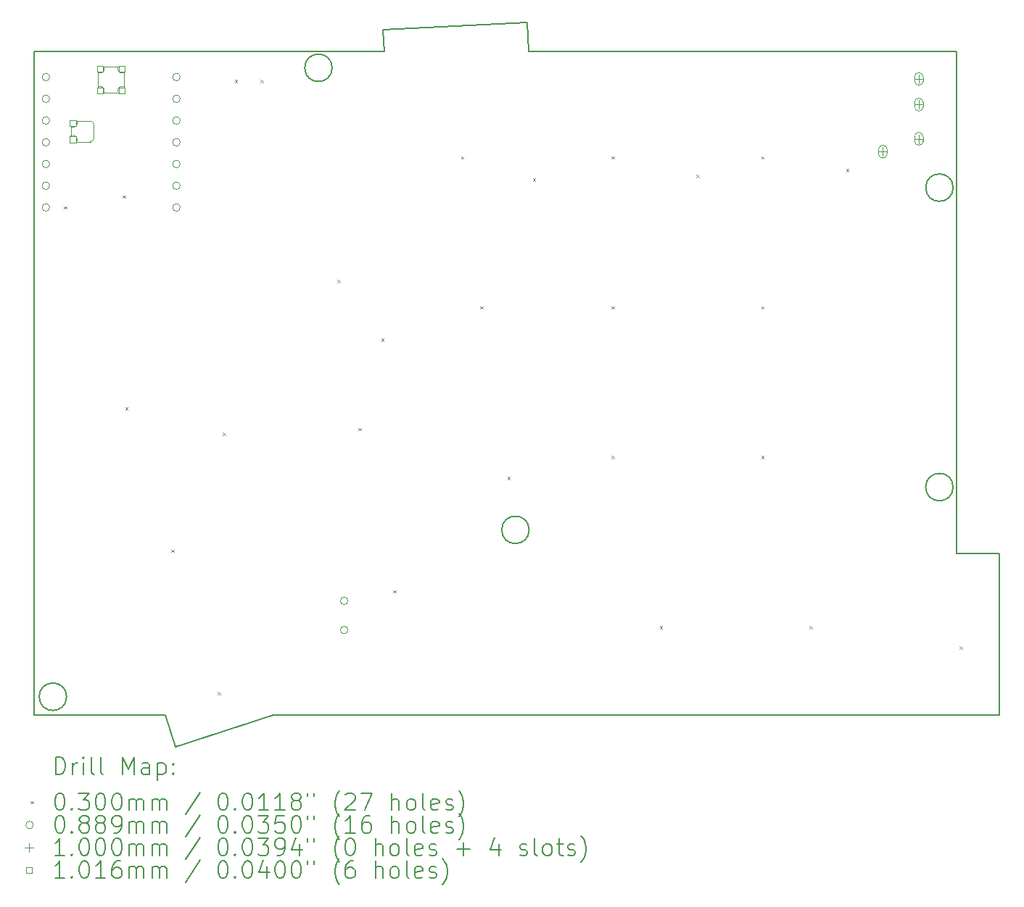
<source format=gbr>
%TF.GenerationSoftware,KiCad,Pcbnew,8.0.7*%
%TF.CreationDate,2024-12-21T19:43:31+01:00*%
%TF.ProjectId,mint36tt_rev02_L,6d696e74-3336-4747-945f-72657630325f,0.2*%
%TF.SameCoordinates,Original*%
%TF.FileFunction,Drillmap*%
%TF.FilePolarity,Positive*%
%FSLAX45Y45*%
G04 Gerber Fmt 4.5, Leading zero omitted, Abs format (unit mm)*
G04 Created by KiCad (PCBNEW 8.0.7) date 2024-12-21 19:43:31*
%MOMM*%
%LPD*%
G01*
G04 APERTURE LIST*
%ADD10C,0.150000*%
%ADD11C,0.200000*%
%ADD12C,0.120000*%
%ADD13C,0.100000*%
%ADD14C,0.101600*%
G04 APERTURE END LIST*
D10*
X10813248Y-13169000D02*
X10933673Y-13539631D01*
X13356202Y-5156381D02*
X13369572Y-5411500D01*
X9279000Y-13169000D02*
X10813248Y-13169000D01*
D11*
X20009000Y-10501500D02*
G75*
G02*
X19689000Y-10501500I-160000J0D01*
G01*
X19689000Y-10501500D02*
G75*
G02*
X20009000Y-10501500I160000J0D01*
G01*
X15059000Y-11001500D02*
G75*
G02*
X14739000Y-11001500I-160000J0D01*
G01*
X14739000Y-11001500D02*
G75*
G02*
X15059000Y-11001500I160000J0D01*
G01*
D10*
X15051878Y-5411500D02*
X15033900Y-5068457D01*
X20049000Y-13169000D02*
X20549000Y-13169000D01*
D11*
X20009000Y-7001500D02*
G75*
G02*
X19689000Y-7001500I-160000J0D01*
G01*
X19689000Y-7001500D02*
G75*
G02*
X20009000Y-7001500I160000J0D01*
G01*
D10*
X12074358Y-13169000D02*
X20049000Y-13169000D01*
D11*
X12759000Y-5601500D02*
G75*
G02*
X12439000Y-5601500I-160000J0D01*
G01*
X12439000Y-5601500D02*
G75*
G02*
X12759000Y-5601500I160000J0D01*
G01*
D10*
X20549000Y-11281500D02*
X20049000Y-11281500D01*
X9279000Y-5411500D02*
X9279000Y-11281500D01*
X13369572Y-5411500D02*
X9279000Y-5411500D01*
X10933673Y-13539631D02*
X12074358Y-13169000D01*
X9279000Y-11281500D02*
X9279000Y-13169000D01*
X20049000Y-5411500D02*
X15051878Y-5411500D01*
X20049000Y-11281500D02*
X20049000Y-5411500D01*
X20549000Y-13169000D02*
X20549000Y-11281500D01*
X15033900Y-5068457D02*
X13356202Y-5156381D01*
D11*
X9659000Y-12951500D02*
G75*
G02*
X9339000Y-12951500I-160000J0D01*
G01*
X9339000Y-12951500D02*
G75*
G02*
X9659000Y-12951500I160000J0D01*
G01*
D12*
X9709100Y-6396620D02*
X9709100Y-6292480D01*
X9777680Y-6223900D02*
X9937700Y-6223900D01*
X9937700Y-6465200D02*
X9777680Y-6465200D01*
X9975800Y-6262000D02*
X9975800Y-6427100D01*
X10026600Y-5825120D02*
X10026600Y-5657480D01*
X10095180Y-5588900D02*
X10262820Y-5588900D01*
X10095180Y-5893700D02*
X10262820Y-5893700D01*
X10331400Y-5825120D02*
X10331400Y-5657480D01*
X9709100Y-6396620D02*
G75*
G02*
X9777680Y-6465200I24775J-43805D01*
G01*
X9777680Y-6223900D02*
G75*
G02*
X9709100Y-6292480I-43805J-24775D01*
G01*
X9937700Y-6223900D02*
G75*
G02*
X9975800Y-6262000I0J-38100D01*
G01*
X9975800Y-6427100D02*
G75*
G02*
X9937700Y-6465200I-38100J0D01*
G01*
X10026600Y-5825120D02*
G75*
G02*
X10095180Y-5893700I24775J-43805D01*
G01*
X10095180Y-5588900D02*
G75*
G02*
X10026600Y-5657480I-43805J-24775D01*
G01*
X10262820Y-5893700D02*
G75*
G02*
X10331400Y-5825120I43805J24775D01*
G01*
X10331400Y-5657480D02*
G75*
G02*
X10262820Y-5588900I-24775J43805D01*
G01*
D11*
D13*
X9627281Y-7218500D02*
X9657281Y-7248500D01*
X9657281Y-7218500D02*
X9627281Y-7248500D01*
X10314574Y-7094073D02*
X10344574Y-7124073D01*
X10344574Y-7094073D02*
X10314574Y-7124073D01*
X10343109Y-9568882D02*
X10373109Y-9598882D01*
X10373109Y-9568882D02*
X10343109Y-9598882D01*
X10883889Y-11233231D02*
X10913889Y-11263231D01*
X10913889Y-11233231D02*
X10883889Y-11263231D01*
X11424669Y-12897580D02*
X11454669Y-12927580D01*
X11454669Y-12897580D02*
X11424669Y-12927580D01*
X11483388Y-9866500D02*
X11513388Y-9896500D01*
X11513388Y-9866500D02*
X11483388Y-9896500D01*
X11621500Y-5742000D02*
X11651500Y-5772000D01*
X11651500Y-5742000D02*
X11621500Y-5772000D01*
X11921500Y-5742000D02*
X11951500Y-5772000D01*
X11951500Y-5742000D02*
X11921500Y-5772000D01*
X12822102Y-8077602D02*
X12852102Y-8107602D01*
X12852102Y-8077602D02*
X12822102Y-8107602D01*
X13066363Y-9809863D02*
X13096363Y-9839863D01*
X13096363Y-9809863D02*
X13066363Y-9839863D01*
X13334041Y-8764500D02*
X13364041Y-8794500D01*
X13364041Y-8764500D02*
X13334041Y-8794500D01*
X13472724Y-11706095D02*
X13502724Y-11736095D01*
X13502724Y-11706095D02*
X13472724Y-11736095D01*
X14263204Y-6636500D02*
X14293204Y-6666500D01*
X14293204Y-6636500D02*
X14263204Y-6666500D01*
X14489726Y-8386500D02*
X14519726Y-8416500D01*
X14519726Y-8386500D02*
X14489726Y-8416500D01*
X14807595Y-10383095D02*
X14837595Y-10413095D01*
X14837595Y-10383095D02*
X14807595Y-10413095D01*
X15103519Y-6892500D02*
X15133519Y-6922500D01*
X15133519Y-6892500D02*
X15103519Y-6922500D01*
X16019000Y-6636500D02*
X16049000Y-6666500D01*
X16049000Y-6636500D02*
X16019000Y-6666500D01*
X16019000Y-8386500D02*
X16049000Y-8416500D01*
X16049000Y-8386500D02*
X16019000Y-8416500D01*
X16019000Y-10136500D02*
X16049000Y-10166500D01*
X16049000Y-10136500D02*
X16019000Y-10166500D01*
X16584000Y-12126500D02*
X16614000Y-12156500D01*
X16614000Y-12126500D02*
X16584000Y-12156500D01*
X17011500Y-6851500D02*
X17041500Y-6881500D01*
X17041500Y-6851500D02*
X17011500Y-6881500D01*
X17769000Y-6636500D02*
X17799000Y-6666500D01*
X17799000Y-6636500D02*
X17769000Y-6666500D01*
X17769000Y-8386500D02*
X17799000Y-8416500D01*
X17799000Y-8386500D02*
X17769000Y-8416500D01*
X17769000Y-10136500D02*
X17799000Y-10166500D01*
X17799000Y-10136500D02*
X17769000Y-10166500D01*
X18334000Y-12126500D02*
X18364000Y-12156500D01*
X18364000Y-12126500D02*
X18334000Y-12156500D01*
X18761500Y-6782500D02*
X18791500Y-6812500D01*
X18791500Y-6782500D02*
X18761500Y-6812500D01*
X20084000Y-12364000D02*
X20114000Y-12394000D01*
X20114000Y-12364000D02*
X20084000Y-12394000D01*
X9461450Y-5709500D02*
G75*
G02*
X9372550Y-5709500I-44450J0D01*
G01*
X9372550Y-5709500D02*
G75*
G02*
X9461450Y-5709500I44450J0D01*
G01*
X9461450Y-5963500D02*
G75*
G02*
X9372550Y-5963500I-44450J0D01*
G01*
X9372550Y-5963500D02*
G75*
G02*
X9461450Y-5963500I44450J0D01*
G01*
X9461450Y-6217500D02*
G75*
G02*
X9372550Y-6217500I-44450J0D01*
G01*
X9372550Y-6217500D02*
G75*
G02*
X9461450Y-6217500I44450J0D01*
G01*
X9461450Y-6471500D02*
G75*
G02*
X9372550Y-6471500I-44450J0D01*
G01*
X9372550Y-6471500D02*
G75*
G02*
X9461450Y-6471500I44450J0D01*
G01*
X9461450Y-6725500D02*
G75*
G02*
X9372550Y-6725500I-44450J0D01*
G01*
X9372550Y-6725500D02*
G75*
G02*
X9461450Y-6725500I44450J0D01*
G01*
X9461450Y-6979500D02*
G75*
G02*
X9372550Y-6979500I-44450J0D01*
G01*
X9372550Y-6979500D02*
G75*
G02*
X9461450Y-6979500I44450J0D01*
G01*
X9461450Y-7233500D02*
G75*
G02*
X9372550Y-7233500I-44450J0D01*
G01*
X9372550Y-7233500D02*
G75*
G02*
X9461450Y-7233500I44450J0D01*
G01*
X10985450Y-5709500D02*
G75*
G02*
X10896550Y-5709500I-44450J0D01*
G01*
X10896550Y-5709500D02*
G75*
G02*
X10985450Y-5709500I44450J0D01*
G01*
X10985450Y-5963500D02*
G75*
G02*
X10896550Y-5963500I-44450J0D01*
G01*
X10896550Y-5963500D02*
G75*
G02*
X10985450Y-5963500I44450J0D01*
G01*
X10985450Y-6217500D02*
G75*
G02*
X10896550Y-6217500I-44450J0D01*
G01*
X10896550Y-6217500D02*
G75*
G02*
X10985450Y-6217500I44450J0D01*
G01*
X10985450Y-6471500D02*
G75*
G02*
X10896550Y-6471500I-44450J0D01*
G01*
X10896550Y-6471500D02*
G75*
G02*
X10985450Y-6471500I44450J0D01*
G01*
X10985450Y-6725500D02*
G75*
G02*
X10896550Y-6725500I-44450J0D01*
G01*
X10896550Y-6725500D02*
G75*
G02*
X10985450Y-6725500I44450J0D01*
G01*
X10985450Y-6979500D02*
G75*
G02*
X10896550Y-6979500I-44450J0D01*
G01*
X10896550Y-6979500D02*
G75*
G02*
X10985450Y-6979500I44450J0D01*
G01*
X10985450Y-7233500D02*
G75*
G02*
X10896550Y-7233500I-44450J0D01*
G01*
X10896550Y-7233500D02*
G75*
G02*
X10985450Y-7233500I44450J0D01*
G01*
X12943450Y-11831500D02*
G75*
G02*
X12854550Y-11831500I-44450J0D01*
G01*
X12854550Y-11831500D02*
G75*
G02*
X12943450Y-11831500I44450J0D01*
G01*
X12943450Y-12171500D02*
G75*
G02*
X12854550Y-12171500I-44450J0D01*
G01*
X12854550Y-12171500D02*
G75*
G02*
X12943450Y-12171500I44450J0D01*
G01*
X19189000Y-6531500D02*
X19189000Y-6631500D01*
X19139000Y-6581500D02*
X19239000Y-6581500D01*
X19139000Y-6556500D02*
X19139000Y-6606500D01*
X19239000Y-6606500D02*
G75*
G02*
X19139000Y-6606500I-50000J0D01*
G01*
X19239000Y-6606500D02*
X19239000Y-6556500D01*
X19239000Y-6556500D02*
G75*
G03*
X19139000Y-6556500I-50000J0D01*
G01*
X19609000Y-5681500D02*
X19609000Y-5781500D01*
X19559000Y-5731500D02*
X19659000Y-5731500D01*
X19559000Y-5706500D02*
X19559000Y-5756500D01*
X19659000Y-5756500D02*
G75*
G02*
X19559000Y-5756500I-50000J0D01*
G01*
X19659000Y-5756500D02*
X19659000Y-5706500D01*
X19659000Y-5706500D02*
G75*
G03*
X19559000Y-5706500I-50000J0D01*
G01*
X19609000Y-5981500D02*
X19609000Y-6081500D01*
X19559000Y-6031500D02*
X19659000Y-6031500D01*
X19559000Y-6006500D02*
X19559000Y-6056500D01*
X19659000Y-6056500D02*
G75*
G02*
X19559000Y-6056500I-50000J0D01*
G01*
X19659000Y-6056500D02*
X19659000Y-6006500D01*
X19659000Y-6006500D02*
G75*
G03*
X19559000Y-6006500I-50000J0D01*
G01*
X19609000Y-6381500D02*
X19609000Y-6481500D01*
X19559000Y-6431500D02*
X19659000Y-6431500D01*
X19559000Y-6406500D02*
X19559000Y-6456500D01*
X19659000Y-6456500D02*
G75*
G02*
X19559000Y-6456500I-50000J0D01*
G01*
X19659000Y-6456500D02*
X19659000Y-6406500D01*
X19659000Y-6406500D02*
G75*
G03*
X19559000Y-6406500I-50000J0D01*
G01*
D14*
X9770421Y-6285221D02*
X9770421Y-6213379D01*
X9698579Y-6213379D01*
X9698579Y-6285221D01*
X9770421Y-6285221D01*
X9770421Y-6475721D02*
X9770421Y-6403879D01*
X9698579Y-6403879D01*
X9698579Y-6475721D01*
X9770421Y-6475721D01*
X10087921Y-5650221D02*
X10087921Y-5578379D01*
X10016079Y-5578379D01*
X10016079Y-5650221D01*
X10087921Y-5650221D01*
X10087921Y-5904221D02*
X10087921Y-5832379D01*
X10016079Y-5832379D01*
X10016079Y-5904221D01*
X10087921Y-5904221D01*
X10341921Y-5650221D02*
X10341921Y-5578379D01*
X10270079Y-5578379D01*
X10270079Y-5650221D01*
X10341921Y-5650221D01*
X10341921Y-5904221D02*
X10341921Y-5832379D01*
X10270079Y-5832379D01*
X10270079Y-5904221D01*
X10341921Y-5904221D01*
D11*
X9532277Y-13858615D02*
X9532277Y-13658615D01*
X9532277Y-13658615D02*
X9579896Y-13658615D01*
X9579896Y-13658615D02*
X9608467Y-13668138D01*
X9608467Y-13668138D02*
X9627515Y-13687186D01*
X9627515Y-13687186D02*
X9637039Y-13706234D01*
X9637039Y-13706234D02*
X9646563Y-13744329D01*
X9646563Y-13744329D02*
X9646563Y-13772900D01*
X9646563Y-13772900D02*
X9637039Y-13810996D01*
X9637039Y-13810996D02*
X9627515Y-13830043D01*
X9627515Y-13830043D02*
X9608467Y-13849091D01*
X9608467Y-13849091D02*
X9579896Y-13858615D01*
X9579896Y-13858615D02*
X9532277Y-13858615D01*
X9732277Y-13858615D02*
X9732277Y-13725281D01*
X9732277Y-13763377D02*
X9741801Y-13744329D01*
X9741801Y-13744329D02*
X9751324Y-13734805D01*
X9751324Y-13734805D02*
X9770372Y-13725281D01*
X9770372Y-13725281D02*
X9789420Y-13725281D01*
X9856086Y-13858615D02*
X9856086Y-13725281D01*
X9856086Y-13658615D02*
X9846563Y-13668138D01*
X9846563Y-13668138D02*
X9856086Y-13677662D01*
X9856086Y-13677662D02*
X9865610Y-13668138D01*
X9865610Y-13668138D02*
X9856086Y-13658615D01*
X9856086Y-13658615D02*
X9856086Y-13677662D01*
X9979896Y-13858615D02*
X9960848Y-13849091D01*
X9960848Y-13849091D02*
X9951324Y-13830043D01*
X9951324Y-13830043D02*
X9951324Y-13658615D01*
X10084658Y-13858615D02*
X10065610Y-13849091D01*
X10065610Y-13849091D02*
X10056086Y-13830043D01*
X10056086Y-13830043D02*
X10056086Y-13658615D01*
X10313229Y-13858615D02*
X10313229Y-13658615D01*
X10313229Y-13658615D02*
X10379896Y-13801472D01*
X10379896Y-13801472D02*
X10446563Y-13658615D01*
X10446563Y-13658615D02*
X10446563Y-13858615D01*
X10627515Y-13858615D02*
X10627515Y-13753853D01*
X10627515Y-13753853D02*
X10617991Y-13734805D01*
X10617991Y-13734805D02*
X10598944Y-13725281D01*
X10598944Y-13725281D02*
X10560848Y-13725281D01*
X10560848Y-13725281D02*
X10541801Y-13734805D01*
X10627515Y-13849091D02*
X10608467Y-13858615D01*
X10608467Y-13858615D02*
X10560848Y-13858615D01*
X10560848Y-13858615D02*
X10541801Y-13849091D01*
X10541801Y-13849091D02*
X10532277Y-13830043D01*
X10532277Y-13830043D02*
X10532277Y-13810996D01*
X10532277Y-13810996D02*
X10541801Y-13791948D01*
X10541801Y-13791948D02*
X10560848Y-13782424D01*
X10560848Y-13782424D02*
X10608467Y-13782424D01*
X10608467Y-13782424D02*
X10627515Y-13772900D01*
X10722753Y-13725281D02*
X10722753Y-13925281D01*
X10722753Y-13734805D02*
X10741801Y-13725281D01*
X10741801Y-13725281D02*
X10779896Y-13725281D01*
X10779896Y-13725281D02*
X10798944Y-13734805D01*
X10798944Y-13734805D02*
X10808467Y-13744329D01*
X10808467Y-13744329D02*
X10817991Y-13763377D01*
X10817991Y-13763377D02*
X10817991Y-13820519D01*
X10817991Y-13820519D02*
X10808467Y-13839567D01*
X10808467Y-13839567D02*
X10798944Y-13849091D01*
X10798944Y-13849091D02*
X10779896Y-13858615D01*
X10779896Y-13858615D02*
X10741801Y-13858615D01*
X10741801Y-13858615D02*
X10722753Y-13849091D01*
X10903705Y-13839567D02*
X10913229Y-13849091D01*
X10913229Y-13849091D02*
X10903705Y-13858615D01*
X10903705Y-13858615D02*
X10894182Y-13849091D01*
X10894182Y-13849091D02*
X10903705Y-13839567D01*
X10903705Y-13839567D02*
X10903705Y-13858615D01*
X10903705Y-13734805D02*
X10913229Y-13744329D01*
X10913229Y-13744329D02*
X10903705Y-13753853D01*
X10903705Y-13753853D02*
X10894182Y-13744329D01*
X10894182Y-13744329D02*
X10903705Y-13734805D01*
X10903705Y-13734805D02*
X10903705Y-13753853D01*
D13*
X9241500Y-14172131D02*
X9271500Y-14202131D01*
X9271500Y-14172131D02*
X9241500Y-14202131D01*
D11*
X9570372Y-14078615D02*
X9589420Y-14078615D01*
X9589420Y-14078615D02*
X9608467Y-14088138D01*
X9608467Y-14088138D02*
X9617991Y-14097662D01*
X9617991Y-14097662D02*
X9627515Y-14116710D01*
X9627515Y-14116710D02*
X9637039Y-14154805D01*
X9637039Y-14154805D02*
X9637039Y-14202424D01*
X9637039Y-14202424D02*
X9627515Y-14240519D01*
X9627515Y-14240519D02*
X9617991Y-14259567D01*
X9617991Y-14259567D02*
X9608467Y-14269091D01*
X9608467Y-14269091D02*
X9589420Y-14278615D01*
X9589420Y-14278615D02*
X9570372Y-14278615D01*
X9570372Y-14278615D02*
X9551324Y-14269091D01*
X9551324Y-14269091D02*
X9541801Y-14259567D01*
X9541801Y-14259567D02*
X9532277Y-14240519D01*
X9532277Y-14240519D02*
X9522753Y-14202424D01*
X9522753Y-14202424D02*
X9522753Y-14154805D01*
X9522753Y-14154805D02*
X9532277Y-14116710D01*
X9532277Y-14116710D02*
X9541801Y-14097662D01*
X9541801Y-14097662D02*
X9551324Y-14088138D01*
X9551324Y-14088138D02*
X9570372Y-14078615D01*
X9722753Y-14259567D02*
X9732277Y-14269091D01*
X9732277Y-14269091D02*
X9722753Y-14278615D01*
X9722753Y-14278615D02*
X9713229Y-14269091D01*
X9713229Y-14269091D02*
X9722753Y-14259567D01*
X9722753Y-14259567D02*
X9722753Y-14278615D01*
X9798944Y-14078615D02*
X9922753Y-14078615D01*
X9922753Y-14078615D02*
X9856086Y-14154805D01*
X9856086Y-14154805D02*
X9884658Y-14154805D01*
X9884658Y-14154805D02*
X9903705Y-14164329D01*
X9903705Y-14164329D02*
X9913229Y-14173853D01*
X9913229Y-14173853D02*
X9922753Y-14192900D01*
X9922753Y-14192900D02*
X9922753Y-14240519D01*
X9922753Y-14240519D02*
X9913229Y-14259567D01*
X9913229Y-14259567D02*
X9903705Y-14269091D01*
X9903705Y-14269091D02*
X9884658Y-14278615D01*
X9884658Y-14278615D02*
X9827515Y-14278615D01*
X9827515Y-14278615D02*
X9808467Y-14269091D01*
X9808467Y-14269091D02*
X9798944Y-14259567D01*
X10046563Y-14078615D02*
X10065610Y-14078615D01*
X10065610Y-14078615D02*
X10084658Y-14088138D01*
X10084658Y-14088138D02*
X10094182Y-14097662D01*
X10094182Y-14097662D02*
X10103705Y-14116710D01*
X10103705Y-14116710D02*
X10113229Y-14154805D01*
X10113229Y-14154805D02*
X10113229Y-14202424D01*
X10113229Y-14202424D02*
X10103705Y-14240519D01*
X10103705Y-14240519D02*
X10094182Y-14259567D01*
X10094182Y-14259567D02*
X10084658Y-14269091D01*
X10084658Y-14269091D02*
X10065610Y-14278615D01*
X10065610Y-14278615D02*
X10046563Y-14278615D01*
X10046563Y-14278615D02*
X10027515Y-14269091D01*
X10027515Y-14269091D02*
X10017991Y-14259567D01*
X10017991Y-14259567D02*
X10008467Y-14240519D01*
X10008467Y-14240519D02*
X9998944Y-14202424D01*
X9998944Y-14202424D02*
X9998944Y-14154805D01*
X9998944Y-14154805D02*
X10008467Y-14116710D01*
X10008467Y-14116710D02*
X10017991Y-14097662D01*
X10017991Y-14097662D02*
X10027515Y-14088138D01*
X10027515Y-14088138D02*
X10046563Y-14078615D01*
X10237039Y-14078615D02*
X10256086Y-14078615D01*
X10256086Y-14078615D02*
X10275134Y-14088138D01*
X10275134Y-14088138D02*
X10284658Y-14097662D01*
X10284658Y-14097662D02*
X10294182Y-14116710D01*
X10294182Y-14116710D02*
X10303705Y-14154805D01*
X10303705Y-14154805D02*
X10303705Y-14202424D01*
X10303705Y-14202424D02*
X10294182Y-14240519D01*
X10294182Y-14240519D02*
X10284658Y-14259567D01*
X10284658Y-14259567D02*
X10275134Y-14269091D01*
X10275134Y-14269091D02*
X10256086Y-14278615D01*
X10256086Y-14278615D02*
X10237039Y-14278615D01*
X10237039Y-14278615D02*
X10217991Y-14269091D01*
X10217991Y-14269091D02*
X10208467Y-14259567D01*
X10208467Y-14259567D02*
X10198944Y-14240519D01*
X10198944Y-14240519D02*
X10189420Y-14202424D01*
X10189420Y-14202424D02*
X10189420Y-14154805D01*
X10189420Y-14154805D02*
X10198944Y-14116710D01*
X10198944Y-14116710D02*
X10208467Y-14097662D01*
X10208467Y-14097662D02*
X10217991Y-14088138D01*
X10217991Y-14088138D02*
X10237039Y-14078615D01*
X10389420Y-14278615D02*
X10389420Y-14145281D01*
X10389420Y-14164329D02*
X10398944Y-14154805D01*
X10398944Y-14154805D02*
X10417991Y-14145281D01*
X10417991Y-14145281D02*
X10446563Y-14145281D01*
X10446563Y-14145281D02*
X10465610Y-14154805D01*
X10465610Y-14154805D02*
X10475134Y-14173853D01*
X10475134Y-14173853D02*
X10475134Y-14278615D01*
X10475134Y-14173853D02*
X10484658Y-14154805D01*
X10484658Y-14154805D02*
X10503705Y-14145281D01*
X10503705Y-14145281D02*
X10532277Y-14145281D01*
X10532277Y-14145281D02*
X10551325Y-14154805D01*
X10551325Y-14154805D02*
X10560848Y-14173853D01*
X10560848Y-14173853D02*
X10560848Y-14278615D01*
X10656086Y-14278615D02*
X10656086Y-14145281D01*
X10656086Y-14164329D02*
X10665610Y-14154805D01*
X10665610Y-14154805D02*
X10684658Y-14145281D01*
X10684658Y-14145281D02*
X10713229Y-14145281D01*
X10713229Y-14145281D02*
X10732277Y-14154805D01*
X10732277Y-14154805D02*
X10741801Y-14173853D01*
X10741801Y-14173853D02*
X10741801Y-14278615D01*
X10741801Y-14173853D02*
X10751325Y-14154805D01*
X10751325Y-14154805D02*
X10770372Y-14145281D01*
X10770372Y-14145281D02*
X10798944Y-14145281D01*
X10798944Y-14145281D02*
X10817991Y-14154805D01*
X10817991Y-14154805D02*
X10827515Y-14173853D01*
X10827515Y-14173853D02*
X10827515Y-14278615D01*
X11217991Y-14069091D02*
X11046563Y-14326234D01*
X11475134Y-14078615D02*
X11494182Y-14078615D01*
X11494182Y-14078615D02*
X11513229Y-14088138D01*
X11513229Y-14088138D02*
X11522753Y-14097662D01*
X11522753Y-14097662D02*
X11532277Y-14116710D01*
X11532277Y-14116710D02*
X11541801Y-14154805D01*
X11541801Y-14154805D02*
X11541801Y-14202424D01*
X11541801Y-14202424D02*
X11532277Y-14240519D01*
X11532277Y-14240519D02*
X11522753Y-14259567D01*
X11522753Y-14259567D02*
X11513229Y-14269091D01*
X11513229Y-14269091D02*
X11494182Y-14278615D01*
X11494182Y-14278615D02*
X11475134Y-14278615D01*
X11475134Y-14278615D02*
X11456086Y-14269091D01*
X11456086Y-14269091D02*
X11446563Y-14259567D01*
X11446563Y-14259567D02*
X11437039Y-14240519D01*
X11437039Y-14240519D02*
X11427515Y-14202424D01*
X11427515Y-14202424D02*
X11427515Y-14154805D01*
X11427515Y-14154805D02*
X11437039Y-14116710D01*
X11437039Y-14116710D02*
X11446563Y-14097662D01*
X11446563Y-14097662D02*
X11456086Y-14088138D01*
X11456086Y-14088138D02*
X11475134Y-14078615D01*
X11627515Y-14259567D02*
X11637039Y-14269091D01*
X11637039Y-14269091D02*
X11627515Y-14278615D01*
X11627515Y-14278615D02*
X11617991Y-14269091D01*
X11617991Y-14269091D02*
X11627515Y-14259567D01*
X11627515Y-14259567D02*
X11627515Y-14278615D01*
X11760848Y-14078615D02*
X11779896Y-14078615D01*
X11779896Y-14078615D02*
X11798944Y-14088138D01*
X11798944Y-14088138D02*
X11808467Y-14097662D01*
X11808467Y-14097662D02*
X11817991Y-14116710D01*
X11817991Y-14116710D02*
X11827515Y-14154805D01*
X11827515Y-14154805D02*
X11827515Y-14202424D01*
X11827515Y-14202424D02*
X11817991Y-14240519D01*
X11817991Y-14240519D02*
X11808467Y-14259567D01*
X11808467Y-14259567D02*
X11798944Y-14269091D01*
X11798944Y-14269091D02*
X11779896Y-14278615D01*
X11779896Y-14278615D02*
X11760848Y-14278615D01*
X11760848Y-14278615D02*
X11741801Y-14269091D01*
X11741801Y-14269091D02*
X11732277Y-14259567D01*
X11732277Y-14259567D02*
X11722753Y-14240519D01*
X11722753Y-14240519D02*
X11713229Y-14202424D01*
X11713229Y-14202424D02*
X11713229Y-14154805D01*
X11713229Y-14154805D02*
X11722753Y-14116710D01*
X11722753Y-14116710D02*
X11732277Y-14097662D01*
X11732277Y-14097662D02*
X11741801Y-14088138D01*
X11741801Y-14088138D02*
X11760848Y-14078615D01*
X12017991Y-14278615D02*
X11903706Y-14278615D01*
X11960848Y-14278615D02*
X11960848Y-14078615D01*
X11960848Y-14078615D02*
X11941801Y-14107186D01*
X11941801Y-14107186D02*
X11922753Y-14126234D01*
X11922753Y-14126234D02*
X11903706Y-14135757D01*
X12208467Y-14278615D02*
X12094182Y-14278615D01*
X12151325Y-14278615D02*
X12151325Y-14078615D01*
X12151325Y-14078615D02*
X12132277Y-14107186D01*
X12132277Y-14107186D02*
X12113229Y-14126234D01*
X12113229Y-14126234D02*
X12094182Y-14135757D01*
X12322753Y-14164329D02*
X12303706Y-14154805D01*
X12303706Y-14154805D02*
X12294182Y-14145281D01*
X12294182Y-14145281D02*
X12284658Y-14126234D01*
X12284658Y-14126234D02*
X12284658Y-14116710D01*
X12284658Y-14116710D02*
X12294182Y-14097662D01*
X12294182Y-14097662D02*
X12303706Y-14088138D01*
X12303706Y-14088138D02*
X12322753Y-14078615D01*
X12322753Y-14078615D02*
X12360848Y-14078615D01*
X12360848Y-14078615D02*
X12379896Y-14088138D01*
X12379896Y-14088138D02*
X12389420Y-14097662D01*
X12389420Y-14097662D02*
X12398944Y-14116710D01*
X12398944Y-14116710D02*
X12398944Y-14126234D01*
X12398944Y-14126234D02*
X12389420Y-14145281D01*
X12389420Y-14145281D02*
X12379896Y-14154805D01*
X12379896Y-14154805D02*
X12360848Y-14164329D01*
X12360848Y-14164329D02*
X12322753Y-14164329D01*
X12322753Y-14164329D02*
X12303706Y-14173853D01*
X12303706Y-14173853D02*
X12294182Y-14183377D01*
X12294182Y-14183377D02*
X12284658Y-14202424D01*
X12284658Y-14202424D02*
X12284658Y-14240519D01*
X12284658Y-14240519D02*
X12294182Y-14259567D01*
X12294182Y-14259567D02*
X12303706Y-14269091D01*
X12303706Y-14269091D02*
X12322753Y-14278615D01*
X12322753Y-14278615D02*
X12360848Y-14278615D01*
X12360848Y-14278615D02*
X12379896Y-14269091D01*
X12379896Y-14269091D02*
X12389420Y-14259567D01*
X12389420Y-14259567D02*
X12398944Y-14240519D01*
X12398944Y-14240519D02*
X12398944Y-14202424D01*
X12398944Y-14202424D02*
X12389420Y-14183377D01*
X12389420Y-14183377D02*
X12379896Y-14173853D01*
X12379896Y-14173853D02*
X12360848Y-14164329D01*
X12475134Y-14078615D02*
X12475134Y-14116710D01*
X12551325Y-14078615D02*
X12551325Y-14116710D01*
X12846563Y-14354805D02*
X12837039Y-14345281D01*
X12837039Y-14345281D02*
X12817991Y-14316710D01*
X12817991Y-14316710D02*
X12808468Y-14297662D01*
X12808468Y-14297662D02*
X12798944Y-14269091D01*
X12798944Y-14269091D02*
X12789420Y-14221472D01*
X12789420Y-14221472D02*
X12789420Y-14183377D01*
X12789420Y-14183377D02*
X12798944Y-14135757D01*
X12798944Y-14135757D02*
X12808468Y-14107186D01*
X12808468Y-14107186D02*
X12817991Y-14088138D01*
X12817991Y-14088138D02*
X12837039Y-14059567D01*
X12837039Y-14059567D02*
X12846563Y-14050043D01*
X12913229Y-14097662D02*
X12922753Y-14088138D01*
X12922753Y-14088138D02*
X12941801Y-14078615D01*
X12941801Y-14078615D02*
X12989420Y-14078615D01*
X12989420Y-14078615D02*
X13008468Y-14088138D01*
X13008468Y-14088138D02*
X13017991Y-14097662D01*
X13017991Y-14097662D02*
X13027515Y-14116710D01*
X13027515Y-14116710D02*
X13027515Y-14135757D01*
X13027515Y-14135757D02*
X13017991Y-14164329D01*
X13017991Y-14164329D02*
X12903706Y-14278615D01*
X12903706Y-14278615D02*
X13027515Y-14278615D01*
X13094182Y-14078615D02*
X13227515Y-14078615D01*
X13227515Y-14078615D02*
X13141801Y-14278615D01*
X13456087Y-14278615D02*
X13456087Y-14078615D01*
X13541801Y-14278615D02*
X13541801Y-14173853D01*
X13541801Y-14173853D02*
X13532277Y-14154805D01*
X13532277Y-14154805D02*
X13513230Y-14145281D01*
X13513230Y-14145281D02*
X13484658Y-14145281D01*
X13484658Y-14145281D02*
X13465610Y-14154805D01*
X13465610Y-14154805D02*
X13456087Y-14164329D01*
X13665610Y-14278615D02*
X13646563Y-14269091D01*
X13646563Y-14269091D02*
X13637039Y-14259567D01*
X13637039Y-14259567D02*
X13627515Y-14240519D01*
X13627515Y-14240519D02*
X13627515Y-14183377D01*
X13627515Y-14183377D02*
X13637039Y-14164329D01*
X13637039Y-14164329D02*
X13646563Y-14154805D01*
X13646563Y-14154805D02*
X13665610Y-14145281D01*
X13665610Y-14145281D02*
X13694182Y-14145281D01*
X13694182Y-14145281D02*
X13713230Y-14154805D01*
X13713230Y-14154805D02*
X13722753Y-14164329D01*
X13722753Y-14164329D02*
X13732277Y-14183377D01*
X13732277Y-14183377D02*
X13732277Y-14240519D01*
X13732277Y-14240519D02*
X13722753Y-14259567D01*
X13722753Y-14259567D02*
X13713230Y-14269091D01*
X13713230Y-14269091D02*
X13694182Y-14278615D01*
X13694182Y-14278615D02*
X13665610Y-14278615D01*
X13846563Y-14278615D02*
X13827515Y-14269091D01*
X13827515Y-14269091D02*
X13817991Y-14250043D01*
X13817991Y-14250043D02*
X13817991Y-14078615D01*
X13998944Y-14269091D02*
X13979896Y-14278615D01*
X13979896Y-14278615D02*
X13941801Y-14278615D01*
X13941801Y-14278615D02*
X13922753Y-14269091D01*
X13922753Y-14269091D02*
X13913230Y-14250043D01*
X13913230Y-14250043D02*
X13913230Y-14173853D01*
X13913230Y-14173853D02*
X13922753Y-14154805D01*
X13922753Y-14154805D02*
X13941801Y-14145281D01*
X13941801Y-14145281D02*
X13979896Y-14145281D01*
X13979896Y-14145281D02*
X13998944Y-14154805D01*
X13998944Y-14154805D02*
X14008468Y-14173853D01*
X14008468Y-14173853D02*
X14008468Y-14192900D01*
X14008468Y-14192900D02*
X13913230Y-14211948D01*
X14084658Y-14269091D02*
X14103706Y-14278615D01*
X14103706Y-14278615D02*
X14141801Y-14278615D01*
X14141801Y-14278615D02*
X14160849Y-14269091D01*
X14160849Y-14269091D02*
X14170372Y-14250043D01*
X14170372Y-14250043D02*
X14170372Y-14240519D01*
X14170372Y-14240519D02*
X14160849Y-14221472D01*
X14160849Y-14221472D02*
X14141801Y-14211948D01*
X14141801Y-14211948D02*
X14113230Y-14211948D01*
X14113230Y-14211948D02*
X14094182Y-14202424D01*
X14094182Y-14202424D02*
X14084658Y-14183377D01*
X14084658Y-14183377D02*
X14084658Y-14173853D01*
X14084658Y-14173853D02*
X14094182Y-14154805D01*
X14094182Y-14154805D02*
X14113230Y-14145281D01*
X14113230Y-14145281D02*
X14141801Y-14145281D01*
X14141801Y-14145281D02*
X14160849Y-14154805D01*
X14237039Y-14354805D02*
X14246563Y-14345281D01*
X14246563Y-14345281D02*
X14265611Y-14316710D01*
X14265611Y-14316710D02*
X14275134Y-14297662D01*
X14275134Y-14297662D02*
X14284658Y-14269091D01*
X14284658Y-14269091D02*
X14294182Y-14221472D01*
X14294182Y-14221472D02*
X14294182Y-14183377D01*
X14294182Y-14183377D02*
X14284658Y-14135757D01*
X14284658Y-14135757D02*
X14275134Y-14107186D01*
X14275134Y-14107186D02*
X14265611Y-14088138D01*
X14265611Y-14088138D02*
X14246563Y-14059567D01*
X14246563Y-14059567D02*
X14237039Y-14050043D01*
D13*
X9271500Y-14451131D02*
G75*
G02*
X9182600Y-14451131I-44450J0D01*
G01*
X9182600Y-14451131D02*
G75*
G02*
X9271500Y-14451131I44450J0D01*
G01*
D11*
X9570372Y-14342615D02*
X9589420Y-14342615D01*
X9589420Y-14342615D02*
X9608467Y-14352138D01*
X9608467Y-14352138D02*
X9617991Y-14361662D01*
X9617991Y-14361662D02*
X9627515Y-14380710D01*
X9627515Y-14380710D02*
X9637039Y-14418805D01*
X9637039Y-14418805D02*
X9637039Y-14466424D01*
X9637039Y-14466424D02*
X9627515Y-14504519D01*
X9627515Y-14504519D02*
X9617991Y-14523567D01*
X9617991Y-14523567D02*
X9608467Y-14533091D01*
X9608467Y-14533091D02*
X9589420Y-14542615D01*
X9589420Y-14542615D02*
X9570372Y-14542615D01*
X9570372Y-14542615D02*
X9551324Y-14533091D01*
X9551324Y-14533091D02*
X9541801Y-14523567D01*
X9541801Y-14523567D02*
X9532277Y-14504519D01*
X9532277Y-14504519D02*
X9522753Y-14466424D01*
X9522753Y-14466424D02*
X9522753Y-14418805D01*
X9522753Y-14418805D02*
X9532277Y-14380710D01*
X9532277Y-14380710D02*
X9541801Y-14361662D01*
X9541801Y-14361662D02*
X9551324Y-14352138D01*
X9551324Y-14352138D02*
X9570372Y-14342615D01*
X9722753Y-14523567D02*
X9732277Y-14533091D01*
X9732277Y-14533091D02*
X9722753Y-14542615D01*
X9722753Y-14542615D02*
X9713229Y-14533091D01*
X9713229Y-14533091D02*
X9722753Y-14523567D01*
X9722753Y-14523567D02*
X9722753Y-14542615D01*
X9846563Y-14428329D02*
X9827515Y-14418805D01*
X9827515Y-14418805D02*
X9817991Y-14409281D01*
X9817991Y-14409281D02*
X9808467Y-14390234D01*
X9808467Y-14390234D02*
X9808467Y-14380710D01*
X9808467Y-14380710D02*
X9817991Y-14361662D01*
X9817991Y-14361662D02*
X9827515Y-14352138D01*
X9827515Y-14352138D02*
X9846563Y-14342615D01*
X9846563Y-14342615D02*
X9884658Y-14342615D01*
X9884658Y-14342615D02*
X9903705Y-14352138D01*
X9903705Y-14352138D02*
X9913229Y-14361662D01*
X9913229Y-14361662D02*
X9922753Y-14380710D01*
X9922753Y-14380710D02*
X9922753Y-14390234D01*
X9922753Y-14390234D02*
X9913229Y-14409281D01*
X9913229Y-14409281D02*
X9903705Y-14418805D01*
X9903705Y-14418805D02*
X9884658Y-14428329D01*
X9884658Y-14428329D02*
X9846563Y-14428329D01*
X9846563Y-14428329D02*
X9827515Y-14437853D01*
X9827515Y-14437853D02*
X9817991Y-14447377D01*
X9817991Y-14447377D02*
X9808467Y-14466424D01*
X9808467Y-14466424D02*
X9808467Y-14504519D01*
X9808467Y-14504519D02*
X9817991Y-14523567D01*
X9817991Y-14523567D02*
X9827515Y-14533091D01*
X9827515Y-14533091D02*
X9846563Y-14542615D01*
X9846563Y-14542615D02*
X9884658Y-14542615D01*
X9884658Y-14542615D02*
X9903705Y-14533091D01*
X9903705Y-14533091D02*
X9913229Y-14523567D01*
X9913229Y-14523567D02*
X9922753Y-14504519D01*
X9922753Y-14504519D02*
X9922753Y-14466424D01*
X9922753Y-14466424D02*
X9913229Y-14447377D01*
X9913229Y-14447377D02*
X9903705Y-14437853D01*
X9903705Y-14437853D02*
X9884658Y-14428329D01*
X10037039Y-14428329D02*
X10017991Y-14418805D01*
X10017991Y-14418805D02*
X10008467Y-14409281D01*
X10008467Y-14409281D02*
X9998944Y-14390234D01*
X9998944Y-14390234D02*
X9998944Y-14380710D01*
X9998944Y-14380710D02*
X10008467Y-14361662D01*
X10008467Y-14361662D02*
X10017991Y-14352138D01*
X10017991Y-14352138D02*
X10037039Y-14342615D01*
X10037039Y-14342615D02*
X10075134Y-14342615D01*
X10075134Y-14342615D02*
X10094182Y-14352138D01*
X10094182Y-14352138D02*
X10103705Y-14361662D01*
X10103705Y-14361662D02*
X10113229Y-14380710D01*
X10113229Y-14380710D02*
X10113229Y-14390234D01*
X10113229Y-14390234D02*
X10103705Y-14409281D01*
X10103705Y-14409281D02*
X10094182Y-14418805D01*
X10094182Y-14418805D02*
X10075134Y-14428329D01*
X10075134Y-14428329D02*
X10037039Y-14428329D01*
X10037039Y-14428329D02*
X10017991Y-14437853D01*
X10017991Y-14437853D02*
X10008467Y-14447377D01*
X10008467Y-14447377D02*
X9998944Y-14466424D01*
X9998944Y-14466424D02*
X9998944Y-14504519D01*
X9998944Y-14504519D02*
X10008467Y-14523567D01*
X10008467Y-14523567D02*
X10017991Y-14533091D01*
X10017991Y-14533091D02*
X10037039Y-14542615D01*
X10037039Y-14542615D02*
X10075134Y-14542615D01*
X10075134Y-14542615D02*
X10094182Y-14533091D01*
X10094182Y-14533091D02*
X10103705Y-14523567D01*
X10103705Y-14523567D02*
X10113229Y-14504519D01*
X10113229Y-14504519D02*
X10113229Y-14466424D01*
X10113229Y-14466424D02*
X10103705Y-14447377D01*
X10103705Y-14447377D02*
X10094182Y-14437853D01*
X10094182Y-14437853D02*
X10075134Y-14428329D01*
X10208467Y-14542615D02*
X10246563Y-14542615D01*
X10246563Y-14542615D02*
X10265610Y-14533091D01*
X10265610Y-14533091D02*
X10275134Y-14523567D01*
X10275134Y-14523567D02*
X10294182Y-14494996D01*
X10294182Y-14494996D02*
X10303705Y-14456900D01*
X10303705Y-14456900D02*
X10303705Y-14380710D01*
X10303705Y-14380710D02*
X10294182Y-14361662D01*
X10294182Y-14361662D02*
X10284658Y-14352138D01*
X10284658Y-14352138D02*
X10265610Y-14342615D01*
X10265610Y-14342615D02*
X10227515Y-14342615D01*
X10227515Y-14342615D02*
X10208467Y-14352138D01*
X10208467Y-14352138D02*
X10198944Y-14361662D01*
X10198944Y-14361662D02*
X10189420Y-14380710D01*
X10189420Y-14380710D02*
X10189420Y-14428329D01*
X10189420Y-14428329D02*
X10198944Y-14447377D01*
X10198944Y-14447377D02*
X10208467Y-14456900D01*
X10208467Y-14456900D02*
X10227515Y-14466424D01*
X10227515Y-14466424D02*
X10265610Y-14466424D01*
X10265610Y-14466424D02*
X10284658Y-14456900D01*
X10284658Y-14456900D02*
X10294182Y-14447377D01*
X10294182Y-14447377D02*
X10303705Y-14428329D01*
X10389420Y-14542615D02*
X10389420Y-14409281D01*
X10389420Y-14428329D02*
X10398944Y-14418805D01*
X10398944Y-14418805D02*
X10417991Y-14409281D01*
X10417991Y-14409281D02*
X10446563Y-14409281D01*
X10446563Y-14409281D02*
X10465610Y-14418805D01*
X10465610Y-14418805D02*
X10475134Y-14437853D01*
X10475134Y-14437853D02*
X10475134Y-14542615D01*
X10475134Y-14437853D02*
X10484658Y-14418805D01*
X10484658Y-14418805D02*
X10503705Y-14409281D01*
X10503705Y-14409281D02*
X10532277Y-14409281D01*
X10532277Y-14409281D02*
X10551325Y-14418805D01*
X10551325Y-14418805D02*
X10560848Y-14437853D01*
X10560848Y-14437853D02*
X10560848Y-14542615D01*
X10656086Y-14542615D02*
X10656086Y-14409281D01*
X10656086Y-14428329D02*
X10665610Y-14418805D01*
X10665610Y-14418805D02*
X10684658Y-14409281D01*
X10684658Y-14409281D02*
X10713229Y-14409281D01*
X10713229Y-14409281D02*
X10732277Y-14418805D01*
X10732277Y-14418805D02*
X10741801Y-14437853D01*
X10741801Y-14437853D02*
X10741801Y-14542615D01*
X10741801Y-14437853D02*
X10751325Y-14418805D01*
X10751325Y-14418805D02*
X10770372Y-14409281D01*
X10770372Y-14409281D02*
X10798944Y-14409281D01*
X10798944Y-14409281D02*
X10817991Y-14418805D01*
X10817991Y-14418805D02*
X10827515Y-14437853D01*
X10827515Y-14437853D02*
X10827515Y-14542615D01*
X11217991Y-14333091D02*
X11046563Y-14590234D01*
X11475134Y-14342615D02*
X11494182Y-14342615D01*
X11494182Y-14342615D02*
X11513229Y-14352138D01*
X11513229Y-14352138D02*
X11522753Y-14361662D01*
X11522753Y-14361662D02*
X11532277Y-14380710D01*
X11532277Y-14380710D02*
X11541801Y-14418805D01*
X11541801Y-14418805D02*
X11541801Y-14466424D01*
X11541801Y-14466424D02*
X11532277Y-14504519D01*
X11532277Y-14504519D02*
X11522753Y-14523567D01*
X11522753Y-14523567D02*
X11513229Y-14533091D01*
X11513229Y-14533091D02*
X11494182Y-14542615D01*
X11494182Y-14542615D02*
X11475134Y-14542615D01*
X11475134Y-14542615D02*
X11456086Y-14533091D01*
X11456086Y-14533091D02*
X11446563Y-14523567D01*
X11446563Y-14523567D02*
X11437039Y-14504519D01*
X11437039Y-14504519D02*
X11427515Y-14466424D01*
X11427515Y-14466424D02*
X11427515Y-14418805D01*
X11427515Y-14418805D02*
X11437039Y-14380710D01*
X11437039Y-14380710D02*
X11446563Y-14361662D01*
X11446563Y-14361662D02*
X11456086Y-14352138D01*
X11456086Y-14352138D02*
X11475134Y-14342615D01*
X11627515Y-14523567D02*
X11637039Y-14533091D01*
X11637039Y-14533091D02*
X11627515Y-14542615D01*
X11627515Y-14542615D02*
X11617991Y-14533091D01*
X11617991Y-14533091D02*
X11627515Y-14523567D01*
X11627515Y-14523567D02*
X11627515Y-14542615D01*
X11760848Y-14342615D02*
X11779896Y-14342615D01*
X11779896Y-14342615D02*
X11798944Y-14352138D01*
X11798944Y-14352138D02*
X11808467Y-14361662D01*
X11808467Y-14361662D02*
X11817991Y-14380710D01*
X11817991Y-14380710D02*
X11827515Y-14418805D01*
X11827515Y-14418805D02*
X11827515Y-14466424D01*
X11827515Y-14466424D02*
X11817991Y-14504519D01*
X11817991Y-14504519D02*
X11808467Y-14523567D01*
X11808467Y-14523567D02*
X11798944Y-14533091D01*
X11798944Y-14533091D02*
X11779896Y-14542615D01*
X11779896Y-14542615D02*
X11760848Y-14542615D01*
X11760848Y-14542615D02*
X11741801Y-14533091D01*
X11741801Y-14533091D02*
X11732277Y-14523567D01*
X11732277Y-14523567D02*
X11722753Y-14504519D01*
X11722753Y-14504519D02*
X11713229Y-14466424D01*
X11713229Y-14466424D02*
X11713229Y-14418805D01*
X11713229Y-14418805D02*
X11722753Y-14380710D01*
X11722753Y-14380710D02*
X11732277Y-14361662D01*
X11732277Y-14361662D02*
X11741801Y-14352138D01*
X11741801Y-14352138D02*
X11760848Y-14342615D01*
X11894182Y-14342615D02*
X12017991Y-14342615D01*
X12017991Y-14342615D02*
X11951325Y-14418805D01*
X11951325Y-14418805D02*
X11979896Y-14418805D01*
X11979896Y-14418805D02*
X11998944Y-14428329D01*
X11998944Y-14428329D02*
X12008467Y-14437853D01*
X12008467Y-14437853D02*
X12017991Y-14456900D01*
X12017991Y-14456900D02*
X12017991Y-14504519D01*
X12017991Y-14504519D02*
X12008467Y-14523567D01*
X12008467Y-14523567D02*
X11998944Y-14533091D01*
X11998944Y-14533091D02*
X11979896Y-14542615D01*
X11979896Y-14542615D02*
X11922753Y-14542615D01*
X11922753Y-14542615D02*
X11903706Y-14533091D01*
X11903706Y-14533091D02*
X11894182Y-14523567D01*
X12198944Y-14342615D02*
X12103706Y-14342615D01*
X12103706Y-14342615D02*
X12094182Y-14437853D01*
X12094182Y-14437853D02*
X12103706Y-14428329D01*
X12103706Y-14428329D02*
X12122753Y-14418805D01*
X12122753Y-14418805D02*
X12170372Y-14418805D01*
X12170372Y-14418805D02*
X12189420Y-14428329D01*
X12189420Y-14428329D02*
X12198944Y-14437853D01*
X12198944Y-14437853D02*
X12208467Y-14456900D01*
X12208467Y-14456900D02*
X12208467Y-14504519D01*
X12208467Y-14504519D02*
X12198944Y-14523567D01*
X12198944Y-14523567D02*
X12189420Y-14533091D01*
X12189420Y-14533091D02*
X12170372Y-14542615D01*
X12170372Y-14542615D02*
X12122753Y-14542615D01*
X12122753Y-14542615D02*
X12103706Y-14533091D01*
X12103706Y-14533091D02*
X12094182Y-14523567D01*
X12332277Y-14342615D02*
X12351325Y-14342615D01*
X12351325Y-14342615D02*
X12370372Y-14352138D01*
X12370372Y-14352138D02*
X12379896Y-14361662D01*
X12379896Y-14361662D02*
X12389420Y-14380710D01*
X12389420Y-14380710D02*
X12398944Y-14418805D01*
X12398944Y-14418805D02*
X12398944Y-14466424D01*
X12398944Y-14466424D02*
X12389420Y-14504519D01*
X12389420Y-14504519D02*
X12379896Y-14523567D01*
X12379896Y-14523567D02*
X12370372Y-14533091D01*
X12370372Y-14533091D02*
X12351325Y-14542615D01*
X12351325Y-14542615D02*
X12332277Y-14542615D01*
X12332277Y-14542615D02*
X12313229Y-14533091D01*
X12313229Y-14533091D02*
X12303706Y-14523567D01*
X12303706Y-14523567D02*
X12294182Y-14504519D01*
X12294182Y-14504519D02*
X12284658Y-14466424D01*
X12284658Y-14466424D02*
X12284658Y-14418805D01*
X12284658Y-14418805D02*
X12294182Y-14380710D01*
X12294182Y-14380710D02*
X12303706Y-14361662D01*
X12303706Y-14361662D02*
X12313229Y-14352138D01*
X12313229Y-14352138D02*
X12332277Y-14342615D01*
X12475134Y-14342615D02*
X12475134Y-14380710D01*
X12551325Y-14342615D02*
X12551325Y-14380710D01*
X12846563Y-14618805D02*
X12837039Y-14609281D01*
X12837039Y-14609281D02*
X12817991Y-14580710D01*
X12817991Y-14580710D02*
X12808468Y-14561662D01*
X12808468Y-14561662D02*
X12798944Y-14533091D01*
X12798944Y-14533091D02*
X12789420Y-14485472D01*
X12789420Y-14485472D02*
X12789420Y-14447377D01*
X12789420Y-14447377D02*
X12798944Y-14399757D01*
X12798944Y-14399757D02*
X12808468Y-14371186D01*
X12808468Y-14371186D02*
X12817991Y-14352138D01*
X12817991Y-14352138D02*
X12837039Y-14323567D01*
X12837039Y-14323567D02*
X12846563Y-14314043D01*
X13027515Y-14542615D02*
X12913229Y-14542615D01*
X12970372Y-14542615D02*
X12970372Y-14342615D01*
X12970372Y-14342615D02*
X12951325Y-14371186D01*
X12951325Y-14371186D02*
X12932277Y-14390234D01*
X12932277Y-14390234D02*
X12913229Y-14399757D01*
X13198944Y-14342615D02*
X13160848Y-14342615D01*
X13160848Y-14342615D02*
X13141801Y-14352138D01*
X13141801Y-14352138D02*
X13132277Y-14361662D01*
X13132277Y-14361662D02*
X13113229Y-14390234D01*
X13113229Y-14390234D02*
X13103706Y-14428329D01*
X13103706Y-14428329D02*
X13103706Y-14504519D01*
X13103706Y-14504519D02*
X13113229Y-14523567D01*
X13113229Y-14523567D02*
X13122753Y-14533091D01*
X13122753Y-14533091D02*
X13141801Y-14542615D01*
X13141801Y-14542615D02*
X13179896Y-14542615D01*
X13179896Y-14542615D02*
X13198944Y-14533091D01*
X13198944Y-14533091D02*
X13208468Y-14523567D01*
X13208468Y-14523567D02*
X13217991Y-14504519D01*
X13217991Y-14504519D02*
X13217991Y-14456900D01*
X13217991Y-14456900D02*
X13208468Y-14437853D01*
X13208468Y-14437853D02*
X13198944Y-14428329D01*
X13198944Y-14428329D02*
X13179896Y-14418805D01*
X13179896Y-14418805D02*
X13141801Y-14418805D01*
X13141801Y-14418805D02*
X13122753Y-14428329D01*
X13122753Y-14428329D02*
X13113229Y-14437853D01*
X13113229Y-14437853D02*
X13103706Y-14456900D01*
X13456087Y-14542615D02*
X13456087Y-14342615D01*
X13541801Y-14542615D02*
X13541801Y-14437853D01*
X13541801Y-14437853D02*
X13532277Y-14418805D01*
X13532277Y-14418805D02*
X13513230Y-14409281D01*
X13513230Y-14409281D02*
X13484658Y-14409281D01*
X13484658Y-14409281D02*
X13465610Y-14418805D01*
X13465610Y-14418805D02*
X13456087Y-14428329D01*
X13665610Y-14542615D02*
X13646563Y-14533091D01*
X13646563Y-14533091D02*
X13637039Y-14523567D01*
X13637039Y-14523567D02*
X13627515Y-14504519D01*
X13627515Y-14504519D02*
X13627515Y-14447377D01*
X13627515Y-14447377D02*
X13637039Y-14428329D01*
X13637039Y-14428329D02*
X13646563Y-14418805D01*
X13646563Y-14418805D02*
X13665610Y-14409281D01*
X13665610Y-14409281D02*
X13694182Y-14409281D01*
X13694182Y-14409281D02*
X13713230Y-14418805D01*
X13713230Y-14418805D02*
X13722753Y-14428329D01*
X13722753Y-14428329D02*
X13732277Y-14447377D01*
X13732277Y-14447377D02*
X13732277Y-14504519D01*
X13732277Y-14504519D02*
X13722753Y-14523567D01*
X13722753Y-14523567D02*
X13713230Y-14533091D01*
X13713230Y-14533091D02*
X13694182Y-14542615D01*
X13694182Y-14542615D02*
X13665610Y-14542615D01*
X13846563Y-14542615D02*
X13827515Y-14533091D01*
X13827515Y-14533091D02*
X13817991Y-14514043D01*
X13817991Y-14514043D02*
X13817991Y-14342615D01*
X13998944Y-14533091D02*
X13979896Y-14542615D01*
X13979896Y-14542615D02*
X13941801Y-14542615D01*
X13941801Y-14542615D02*
X13922753Y-14533091D01*
X13922753Y-14533091D02*
X13913230Y-14514043D01*
X13913230Y-14514043D02*
X13913230Y-14437853D01*
X13913230Y-14437853D02*
X13922753Y-14418805D01*
X13922753Y-14418805D02*
X13941801Y-14409281D01*
X13941801Y-14409281D02*
X13979896Y-14409281D01*
X13979896Y-14409281D02*
X13998944Y-14418805D01*
X13998944Y-14418805D02*
X14008468Y-14437853D01*
X14008468Y-14437853D02*
X14008468Y-14456900D01*
X14008468Y-14456900D02*
X13913230Y-14475948D01*
X14084658Y-14533091D02*
X14103706Y-14542615D01*
X14103706Y-14542615D02*
X14141801Y-14542615D01*
X14141801Y-14542615D02*
X14160849Y-14533091D01*
X14160849Y-14533091D02*
X14170372Y-14514043D01*
X14170372Y-14514043D02*
X14170372Y-14504519D01*
X14170372Y-14504519D02*
X14160849Y-14485472D01*
X14160849Y-14485472D02*
X14141801Y-14475948D01*
X14141801Y-14475948D02*
X14113230Y-14475948D01*
X14113230Y-14475948D02*
X14094182Y-14466424D01*
X14094182Y-14466424D02*
X14084658Y-14447377D01*
X14084658Y-14447377D02*
X14084658Y-14437853D01*
X14084658Y-14437853D02*
X14094182Y-14418805D01*
X14094182Y-14418805D02*
X14113230Y-14409281D01*
X14113230Y-14409281D02*
X14141801Y-14409281D01*
X14141801Y-14409281D02*
X14160849Y-14418805D01*
X14237039Y-14618805D02*
X14246563Y-14609281D01*
X14246563Y-14609281D02*
X14265611Y-14580710D01*
X14265611Y-14580710D02*
X14275134Y-14561662D01*
X14275134Y-14561662D02*
X14284658Y-14533091D01*
X14284658Y-14533091D02*
X14294182Y-14485472D01*
X14294182Y-14485472D02*
X14294182Y-14447377D01*
X14294182Y-14447377D02*
X14284658Y-14399757D01*
X14284658Y-14399757D02*
X14275134Y-14371186D01*
X14275134Y-14371186D02*
X14265611Y-14352138D01*
X14265611Y-14352138D02*
X14246563Y-14323567D01*
X14246563Y-14323567D02*
X14237039Y-14314043D01*
D13*
X9221500Y-14665131D02*
X9221500Y-14765131D01*
X9171500Y-14715131D02*
X9271500Y-14715131D01*
D11*
X9637039Y-14806615D02*
X9522753Y-14806615D01*
X9579896Y-14806615D02*
X9579896Y-14606615D01*
X9579896Y-14606615D02*
X9560848Y-14635186D01*
X9560848Y-14635186D02*
X9541801Y-14654234D01*
X9541801Y-14654234D02*
X9522753Y-14663757D01*
X9722753Y-14787567D02*
X9732277Y-14797091D01*
X9732277Y-14797091D02*
X9722753Y-14806615D01*
X9722753Y-14806615D02*
X9713229Y-14797091D01*
X9713229Y-14797091D02*
X9722753Y-14787567D01*
X9722753Y-14787567D02*
X9722753Y-14806615D01*
X9856086Y-14606615D02*
X9875134Y-14606615D01*
X9875134Y-14606615D02*
X9894182Y-14616138D01*
X9894182Y-14616138D02*
X9903705Y-14625662D01*
X9903705Y-14625662D02*
X9913229Y-14644710D01*
X9913229Y-14644710D02*
X9922753Y-14682805D01*
X9922753Y-14682805D02*
X9922753Y-14730424D01*
X9922753Y-14730424D02*
X9913229Y-14768519D01*
X9913229Y-14768519D02*
X9903705Y-14787567D01*
X9903705Y-14787567D02*
X9894182Y-14797091D01*
X9894182Y-14797091D02*
X9875134Y-14806615D01*
X9875134Y-14806615D02*
X9856086Y-14806615D01*
X9856086Y-14806615D02*
X9837039Y-14797091D01*
X9837039Y-14797091D02*
X9827515Y-14787567D01*
X9827515Y-14787567D02*
X9817991Y-14768519D01*
X9817991Y-14768519D02*
X9808467Y-14730424D01*
X9808467Y-14730424D02*
X9808467Y-14682805D01*
X9808467Y-14682805D02*
X9817991Y-14644710D01*
X9817991Y-14644710D02*
X9827515Y-14625662D01*
X9827515Y-14625662D02*
X9837039Y-14616138D01*
X9837039Y-14616138D02*
X9856086Y-14606615D01*
X10046563Y-14606615D02*
X10065610Y-14606615D01*
X10065610Y-14606615D02*
X10084658Y-14616138D01*
X10084658Y-14616138D02*
X10094182Y-14625662D01*
X10094182Y-14625662D02*
X10103705Y-14644710D01*
X10103705Y-14644710D02*
X10113229Y-14682805D01*
X10113229Y-14682805D02*
X10113229Y-14730424D01*
X10113229Y-14730424D02*
X10103705Y-14768519D01*
X10103705Y-14768519D02*
X10094182Y-14787567D01*
X10094182Y-14787567D02*
X10084658Y-14797091D01*
X10084658Y-14797091D02*
X10065610Y-14806615D01*
X10065610Y-14806615D02*
X10046563Y-14806615D01*
X10046563Y-14806615D02*
X10027515Y-14797091D01*
X10027515Y-14797091D02*
X10017991Y-14787567D01*
X10017991Y-14787567D02*
X10008467Y-14768519D01*
X10008467Y-14768519D02*
X9998944Y-14730424D01*
X9998944Y-14730424D02*
X9998944Y-14682805D01*
X9998944Y-14682805D02*
X10008467Y-14644710D01*
X10008467Y-14644710D02*
X10017991Y-14625662D01*
X10017991Y-14625662D02*
X10027515Y-14616138D01*
X10027515Y-14616138D02*
X10046563Y-14606615D01*
X10237039Y-14606615D02*
X10256086Y-14606615D01*
X10256086Y-14606615D02*
X10275134Y-14616138D01*
X10275134Y-14616138D02*
X10284658Y-14625662D01*
X10284658Y-14625662D02*
X10294182Y-14644710D01*
X10294182Y-14644710D02*
X10303705Y-14682805D01*
X10303705Y-14682805D02*
X10303705Y-14730424D01*
X10303705Y-14730424D02*
X10294182Y-14768519D01*
X10294182Y-14768519D02*
X10284658Y-14787567D01*
X10284658Y-14787567D02*
X10275134Y-14797091D01*
X10275134Y-14797091D02*
X10256086Y-14806615D01*
X10256086Y-14806615D02*
X10237039Y-14806615D01*
X10237039Y-14806615D02*
X10217991Y-14797091D01*
X10217991Y-14797091D02*
X10208467Y-14787567D01*
X10208467Y-14787567D02*
X10198944Y-14768519D01*
X10198944Y-14768519D02*
X10189420Y-14730424D01*
X10189420Y-14730424D02*
X10189420Y-14682805D01*
X10189420Y-14682805D02*
X10198944Y-14644710D01*
X10198944Y-14644710D02*
X10208467Y-14625662D01*
X10208467Y-14625662D02*
X10217991Y-14616138D01*
X10217991Y-14616138D02*
X10237039Y-14606615D01*
X10389420Y-14806615D02*
X10389420Y-14673281D01*
X10389420Y-14692329D02*
X10398944Y-14682805D01*
X10398944Y-14682805D02*
X10417991Y-14673281D01*
X10417991Y-14673281D02*
X10446563Y-14673281D01*
X10446563Y-14673281D02*
X10465610Y-14682805D01*
X10465610Y-14682805D02*
X10475134Y-14701853D01*
X10475134Y-14701853D02*
X10475134Y-14806615D01*
X10475134Y-14701853D02*
X10484658Y-14682805D01*
X10484658Y-14682805D02*
X10503705Y-14673281D01*
X10503705Y-14673281D02*
X10532277Y-14673281D01*
X10532277Y-14673281D02*
X10551325Y-14682805D01*
X10551325Y-14682805D02*
X10560848Y-14701853D01*
X10560848Y-14701853D02*
X10560848Y-14806615D01*
X10656086Y-14806615D02*
X10656086Y-14673281D01*
X10656086Y-14692329D02*
X10665610Y-14682805D01*
X10665610Y-14682805D02*
X10684658Y-14673281D01*
X10684658Y-14673281D02*
X10713229Y-14673281D01*
X10713229Y-14673281D02*
X10732277Y-14682805D01*
X10732277Y-14682805D02*
X10741801Y-14701853D01*
X10741801Y-14701853D02*
X10741801Y-14806615D01*
X10741801Y-14701853D02*
X10751325Y-14682805D01*
X10751325Y-14682805D02*
X10770372Y-14673281D01*
X10770372Y-14673281D02*
X10798944Y-14673281D01*
X10798944Y-14673281D02*
X10817991Y-14682805D01*
X10817991Y-14682805D02*
X10827515Y-14701853D01*
X10827515Y-14701853D02*
X10827515Y-14806615D01*
X11217991Y-14597091D02*
X11046563Y-14854234D01*
X11475134Y-14606615D02*
X11494182Y-14606615D01*
X11494182Y-14606615D02*
X11513229Y-14616138D01*
X11513229Y-14616138D02*
X11522753Y-14625662D01*
X11522753Y-14625662D02*
X11532277Y-14644710D01*
X11532277Y-14644710D02*
X11541801Y-14682805D01*
X11541801Y-14682805D02*
X11541801Y-14730424D01*
X11541801Y-14730424D02*
X11532277Y-14768519D01*
X11532277Y-14768519D02*
X11522753Y-14787567D01*
X11522753Y-14787567D02*
X11513229Y-14797091D01*
X11513229Y-14797091D02*
X11494182Y-14806615D01*
X11494182Y-14806615D02*
X11475134Y-14806615D01*
X11475134Y-14806615D02*
X11456086Y-14797091D01*
X11456086Y-14797091D02*
X11446563Y-14787567D01*
X11446563Y-14787567D02*
X11437039Y-14768519D01*
X11437039Y-14768519D02*
X11427515Y-14730424D01*
X11427515Y-14730424D02*
X11427515Y-14682805D01*
X11427515Y-14682805D02*
X11437039Y-14644710D01*
X11437039Y-14644710D02*
X11446563Y-14625662D01*
X11446563Y-14625662D02*
X11456086Y-14616138D01*
X11456086Y-14616138D02*
X11475134Y-14606615D01*
X11627515Y-14787567D02*
X11637039Y-14797091D01*
X11637039Y-14797091D02*
X11627515Y-14806615D01*
X11627515Y-14806615D02*
X11617991Y-14797091D01*
X11617991Y-14797091D02*
X11627515Y-14787567D01*
X11627515Y-14787567D02*
X11627515Y-14806615D01*
X11760848Y-14606615D02*
X11779896Y-14606615D01*
X11779896Y-14606615D02*
X11798944Y-14616138D01*
X11798944Y-14616138D02*
X11808467Y-14625662D01*
X11808467Y-14625662D02*
X11817991Y-14644710D01*
X11817991Y-14644710D02*
X11827515Y-14682805D01*
X11827515Y-14682805D02*
X11827515Y-14730424D01*
X11827515Y-14730424D02*
X11817991Y-14768519D01*
X11817991Y-14768519D02*
X11808467Y-14787567D01*
X11808467Y-14787567D02*
X11798944Y-14797091D01*
X11798944Y-14797091D02*
X11779896Y-14806615D01*
X11779896Y-14806615D02*
X11760848Y-14806615D01*
X11760848Y-14806615D02*
X11741801Y-14797091D01*
X11741801Y-14797091D02*
X11732277Y-14787567D01*
X11732277Y-14787567D02*
X11722753Y-14768519D01*
X11722753Y-14768519D02*
X11713229Y-14730424D01*
X11713229Y-14730424D02*
X11713229Y-14682805D01*
X11713229Y-14682805D02*
X11722753Y-14644710D01*
X11722753Y-14644710D02*
X11732277Y-14625662D01*
X11732277Y-14625662D02*
X11741801Y-14616138D01*
X11741801Y-14616138D02*
X11760848Y-14606615D01*
X11894182Y-14606615D02*
X12017991Y-14606615D01*
X12017991Y-14606615D02*
X11951325Y-14682805D01*
X11951325Y-14682805D02*
X11979896Y-14682805D01*
X11979896Y-14682805D02*
X11998944Y-14692329D01*
X11998944Y-14692329D02*
X12008467Y-14701853D01*
X12008467Y-14701853D02*
X12017991Y-14720900D01*
X12017991Y-14720900D02*
X12017991Y-14768519D01*
X12017991Y-14768519D02*
X12008467Y-14787567D01*
X12008467Y-14787567D02*
X11998944Y-14797091D01*
X11998944Y-14797091D02*
X11979896Y-14806615D01*
X11979896Y-14806615D02*
X11922753Y-14806615D01*
X11922753Y-14806615D02*
X11903706Y-14797091D01*
X11903706Y-14797091D02*
X11894182Y-14787567D01*
X12113229Y-14806615D02*
X12151325Y-14806615D01*
X12151325Y-14806615D02*
X12170372Y-14797091D01*
X12170372Y-14797091D02*
X12179896Y-14787567D01*
X12179896Y-14787567D02*
X12198944Y-14758996D01*
X12198944Y-14758996D02*
X12208467Y-14720900D01*
X12208467Y-14720900D02*
X12208467Y-14644710D01*
X12208467Y-14644710D02*
X12198944Y-14625662D01*
X12198944Y-14625662D02*
X12189420Y-14616138D01*
X12189420Y-14616138D02*
X12170372Y-14606615D01*
X12170372Y-14606615D02*
X12132277Y-14606615D01*
X12132277Y-14606615D02*
X12113229Y-14616138D01*
X12113229Y-14616138D02*
X12103706Y-14625662D01*
X12103706Y-14625662D02*
X12094182Y-14644710D01*
X12094182Y-14644710D02*
X12094182Y-14692329D01*
X12094182Y-14692329D02*
X12103706Y-14711377D01*
X12103706Y-14711377D02*
X12113229Y-14720900D01*
X12113229Y-14720900D02*
X12132277Y-14730424D01*
X12132277Y-14730424D02*
X12170372Y-14730424D01*
X12170372Y-14730424D02*
X12189420Y-14720900D01*
X12189420Y-14720900D02*
X12198944Y-14711377D01*
X12198944Y-14711377D02*
X12208467Y-14692329D01*
X12379896Y-14673281D02*
X12379896Y-14806615D01*
X12332277Y-14597091D02*
X12284658Y-14739948D01*
X12284658Y-14739948D02*
X12408467Y-14739948D01*
X12475134Y-14606615D02*
X12475134Y-14644710D01*
X12551325Y-14606615D02*
X12551325Y-14644710D01*
X12846563Y-14882805D02*
X12837039Y-14873281D01*
X12837039Y-14873281D02*
X12817991Y-14844710D01*
X12817991Y-14844710D02*
X12808468Y-14825662D01*
X12808468Y-14825662D02*
X12798944Y-14797091D01*
X12798944Y-14797091D02*
X12789420Y-14749472D01*
X12789420Y-14749472D02*
X12789420Y-14711377D01*
X12789420Y-14711377D02*
X12798944Y-14663757D01*
X12798944Y-14663757D02*
X12808468Y-14635186D01*
X12808468Y-14635186D02*
X12817991Y-14616138D01*
X12817991Y-14616138D02*
X12837039Y-14587567D01*
X12837039Y-14587567D02*
X12846563Y-14578043D01*
X12960848Y-14606615D02*
X12979896Y-14606615D01*
X12979896Y-14606615D02*
X12998944Y-14616138D01*
X12998944Y-14616138D02*
X13008468Y-14625662D01*
X13008468Y-14625662D02*
X13017991Y-14644710D01*
X13017991Y-14644710D02*
X13027515Y-14682805D01*
X13027515Y-14682805D02*
X13027515Y-14730424D01*
X13027515Y-14730424D02*
X13017991Y-14768519D01*
X13017991Y-14768519D02*
X13008468Y-14787567D01*
X13008468Y-14787567D02*
X12998944Y-14797091D01*
X12998944Y-14797091D02*
X12979896Y-14806615D01*
X12979896Y-14806615D02*
X12960848Y-14806615D01*
X12960848Y-14806615D02*
X12941801Y-14797091D01*
X12941801Y-14797091D02*
X12932277Y-14787567D01*
X12932277Y-14787567D02*
X12922753Y-14768519D01*
X12922753Y-14768519D02*
X12913229Y-14730424D01*
X12913229Y-14730424D02*
X12913229Y-14682805D01*
X12913229Y-14682805D02*
X12922753Y-14644710D01*
X12922753Y-14644710D02*
X12932277Y-14625662D01*
X12932277Y-14625662D02*
X12941801Y-14616138D01*
X12941801Y-14616138D02*
X12960848Y-14606615D01*
X13265610Y-14806615D02*
X13265610Y-14606615D01*
X13351325Y-14806615D02*
X13351325Y-14701853D01*
X13351325Y-14701853D02*
X13341801Y-14682805D01*
X13341801Y-14682805D02*
X13322753Y-14673281D01*
X13322753Y-14673281D02*
X13294182Y-14673281D01*
X13294182Y-14673281D02*
X13275134Y-14682805D01*
X13275134Y-14682805D02*
X13265610Y-14692329D01*
X13475134Y-14806615D02*
X13456087Y-14797091D01*
X13456087Y-14797091D02*
X13446563Y-14787567D01*
X13446563Y-14787567D02*
X13437039Y-14768519D01*
X13437039Y-14768519D02*
X13437039Y-14711377D01*
X13437039Y-14711377D02*
X13446563Y-14692329D01*
X13446563Y-14692329D02*
X13456087Y-14682805D01*
X13456087Y-14682805D02*
X13475134Y-14673281D01*
X13475134Y-14673281D02*
X13503706Y-14673281D01*
X13503706Y-14673281D02*
X13522753Y-14682805D01*
X13522753Y-14682805D02*
X13532277Y-14692329D01*
X13532277Y-14692329D02*
X13541801Y-14711377D01*
X13541801Y-14711377D02*
X13541801Y-14768519D01*
X13541801Y-14768519D02*
X13532277Y-14787567D01*
X13532277Y-14787567D02*
X13522753Y-14797091D01*
X13522753Y-14797091D02*
X13503706Y-14806615D01*
X13503706Y-14806615D02*
X13475134Y-14806615D01*
X13656087Y-14806615D02*
X13637039Y-14797091D01*
X13637039Y-14797091D02*
X13627515Y-14778043D01*
X13627515Y-14778043D02*
X13627515Y-14606615D01*
X13808468Y-14797091D02*
X13789420Y-14806615D01*
X13789420Y-14806615D02*
X13751325Y-14806615D01*
X13751325Y-14806615D02*
X13732277Y-14797091D01*
X13732277Y-14797091D02*
X13722753Y-14778043D01*
X13722753Y-14778043D02*
X13722753Y-14701853D01*
X13722753Y-14701853D02*
X13732277Y-14682805D01*
X13732277Y-14682805D02*
X13751325Y-14673281D01*
X13751325Y-14673281D02*
X13789420Y-14673281D01*
X13789420Y-14673281D02*
X13808468Y-14682805D01*
X13808468Y-14682805D02*
X13817991Y-14701853D01*
X13817991Y-14701853D02*
X13817991Y-14720900D01*
X13817991Y-14720900D02*
X13722753Y-14739948D01*
X13894182Y-14797091D02*
X13913230Y-14806615D01*
X13913230Y-14806615D02*
X13951325Y-14806615D01*
X13951325Y-14806615D02*
X13970372Y-14797091D01*
X13970372Y-14797091D02*
X13979896Y-14778043D01*
X13979896Y-14778043D02*
X13979896Y-14768519D01*
X13979896Y-14768519D02*
X13970372Y-14749472D01*
X13970372Y-14749472D02*
X13951325Y-14739948D01*
X13951325Y-14739948D02*
X13922753Y-14739948D01*
X13922753Y-14739948D02*
X13903706Y-14730424D01*
X13903706Y-14730424D02*
X13894182Y-14711377D01*
X13894182Y-14711377D02*
X13894182Y-14701853D01*
X13894182Y-14701853D02*
X13903706Y-14682805D01*
X13903706Y-14682805D02*
X13922753Y-14673281D01*
X13922753Y-14673281D02*
X13951325Y-14673281D01*
X13951325Y-14673281D02*
X13970372Y-14682805D01*
X14217992Y-14730424D02*
X14370373Y-14730424D01*
X14294182Y-14806615D02*
X14294182Y-14654234D01*
X14703706Y-14673281D02*
X14703706Y-14806615D01*
X14656087Y-14597091D02*
X14608468Y-14739948D01*
X14608468Y-14739948D02*
X14732277Y-14739948D01*
X14951325Y-14797091D02*
X14970373Y-14806615D01*
X14970373Y-14806615D02*
X15008468Y-14806615D01*
X15008468Y-14806615D02*
X15027515Y-14797091D01*
X15027515Y-14797091D02*
X15037039Y-14778043D01*
X15037039Y-14778043D02*
X15037039Y-14768519D01*
X15037039Y-14768519D02*
X15027515Y-14749472D01*
X15027515Y-14749472D02*
X15008468Y-14739948D01*
X15008468Y-14739948D02*
X14979896Y-14739948D01*
X14979896Y-14739948D02*
X14960849Y-14730424D01*
X14960849Y-14730424D02*
X14951325Y-14711377D01*
X14951325Y-14711377D02*
X14951325Y-14701853D01*
X14951325Y-14701853D02*
X14960849Y-14682805D01*
X14960849Y-14682805D02*
X14979896Y-14673281D01*
X14979896Y-14673281D02*
X15008468Y-14673281D01*
X15008468Y-14673281D02*
X15027515Y-14682805D01*
X15151325Y-14806615D02*
X15132277Y-14797091D01*
X15132277Y-14797091D02*
X15122754Y-14778043D01*
X15122754Y-14778043D02*
X15122754Y-14606615D01*
X15256087Y-14806615D02*
X15237039Y-14797091D01*
X15237039Y-14797091D02*
X15227515Y-14787567D01*
X15227515Y-14787567D02*
X15217992Y-14768519D01*
X15217992Y-14768519D02*
X15217992Y-14711377D01*
X15217992Y-14711377D02*
X15227515Y-14692329D01*
X15227515Y-14692329D02*
X15237039Y-14682805D01*
X15237039Y-14682805D02*
X15256087Y-14673281D01*
X15256087Y-14673281D02*
X15284658Y-14673281D01*
X15284658Y-14673281D02*
X15303706Y-14682805D01*
X15303706Y-14682805D02*
X15313230Y-14692329D01*
X15313230Y-14692329D02*
X15322754Y-14711377D01*
X15322754Y-14711377D02*
X15322754Y-14768519D01*
X15322754Y-14768519D02*
X15313230Y-14787567D01*
X15313230Y-14787567D02*
X15303706Y-14797091D01*
X15303706Y-14797091D02*
X15284658Y-14806615D01*
X15284658Y-14806615D02*
X15256087Y-14806615D01*
X15379896Y-14673281D02*
X15456087Y-14673281D01*
X15408468Y-14606615D02*
X15408468Y-14778043D01*
X15408468Y-14778043D02*
X15417992Y-14797091D01*
X15417992Y-14797091D02*
X15437039Y-14806615D01*
X15437039Y-14806615D02*
X15456087Y-14806615D01*
X15513230Y-14797091D02*
X15532277Y-14806615D01*
X15532277Y-14806615D02*
X15570373Y-14806615D01*
X15570373Y-14806615D02*
X15589420Y-14797091D01*
X15589420Y-14797091D02*
X15598944Y-14778043D01*
X15598944Y-14778043D02*
X15598944Y-14768519D01*
X15598944Y-14768519D02*
X15589420Y-14749472D01*
X15589420Y-14749472D02*
X15570373Y-14739948D01*
X15570373Y-14739948D02*
X15541801Y-14739948D01*
X15541801Y-14739948D02*
X15522754Y-14730424D01*
X15522754Y-14730424D02*
X15513230Y-14711377D01*
X15513230Y-14711377D02*
X15513230Y-14701853D01*
X15513230Y-14701853D02*
X15522754Y-14682805D01*
X15522754Y-14682805D02*
X15541801Y-14673281D01*
X15541801Y-14673281D02*
X15570373Y-14673281D01*
X15570373Y-14673281D02*
X15589420Y-14682805D01*
X15665611Y-14882805D02*
X15675135Y-14873281D01*
X15675135Y-14873281D02*
X15694182Y-14844710D01*
X15694182Y-14844710D02*
X15703706Y-14825662D01*
X15703706Y-14825662D02*
X15713230Y-14797091D01*
X15713230Y-14797091D02*
X15722754Y-14749472D01*
X15722754Y-14749472D02*
X15722754Y-14711377D01*
X15722754Y-14711377D02*
X15713230Y-14663757D01*
X15713230Y-14663757D02*
X15703706Y-14635186D01*
X15703706Y-14635186D02*
X15694182Y-14616138D01*
X15694182Y-14616138D02*
X15675135Y-14587567D01*
X15675135Y-14587567D02*
X15665611Y-14578043D01*
D14*
X9256621Y-15015052D02*
X9256621Y-14943209D01*
X9184779Y-14943209D01*
X9184779Y-15015052D01*
X9256621Y-15015052D01*
D11*
X9637039Y-15070615D02*
X9522753Y-15070615D01*
X9579896Y-15070615D02*
X9579896Y-14870615D01*
X9579896Y-14870615D02*
X9560848Y-14899186D01*
X9560848Y-14899186D02*
X9541801Y-14918234D01*
X9541801Y-14918234D02*
X9522753Y-14927757D01*
X9722753Y-15051567D02*
X9732277Y-15061091D01*
X9732277Y-15061091D02*
X9722753Y-15070615D01*
X9722753Y-15070615D02*
X9713229Y-15061091D01*
X9713229Y-15061091D02*
X9722753Y-15051567D01*
X9722753Y-15051567D02*
X9722753Y-15070615D01*
X9856086Y-14870615D02*
X9875134Y-14870615D01*
X9875134Y-14870615D02*
X9894182Y-14880138D01*
X9894182Y-14880138D02*
X9903705Y-14889662D01*
X9903705Y-14889662D02*
X9913229Y-14908710D01*
X9913229Y-14908710D02*
X9922753Y-14946805D01*
X9922753Y-14946805D02*
X9922753Y-14994424D01*
X9922753Y-14994424D02*
X9913229Y-15032519D01*
X9913229Y-15032519D02*
X9903705Y-15051567D01*
X9903705Y-15051567D02*
X9894182Y-15061091D01*
X9894182Y-15061091D02*
X9875134Y-15070615D01*
X9875134Y-15070615D02*
X9856086Y-15070615D01*
X9856086Y-15070615D02*
X9837039Y-15061091D01*
X9837039Y-15061091D02*
X9827515Y-15051567D01*
X9827515Y-15051567D02*
X9817991Y-15032519D01*
X9817991Y-15032519D02*
X9808467Y-14994424D01*
X9808467Y-14994424D02*
X9808467Y-14946805D01*
X9808467Y-14946805D02*
X9817991Y-14908710D01*
X9817991Y-14908710D02*
X9827515Y-14889662D01*
X9827515Y-14889662D02*
X9837039Y-14880138D01*
X9837039Y-14880138D02*
X9856086Y-14870615D01*
X10113229Y-15070615D02*
X9998944Y-15070615D01*
X10056086Y-15070615D02*
X10056086Y-14870615D01*
X10056086Y-14870615D02*
X10037039Y-14899186D01*
X10037039Y-14899186D02*
X10017991Y-14918234D01*
X10017991Y-14918234D02*
X9998944Y-14927757D01*
X10284658Y-14870615D02*
X10246563Y-14870615D01*
X10246563Y-14870615D02*
X10227515Y-14880138D01*
X10227515Y-14880138D02*
X10217991Y-14889662D01*
X10217991Y-14889662D02*
X10198944Y-14918234D01*
X10198944Y-14918234D02*
X10189420Y-14956329D01*
X10189420Y-14956329D02*
X10189420Y-15032519D01*
X10189420Y-15032519D02*
X10198944Y-15051567D01*
X10198944Y-15051567D02*
X10208467Y-15061091D01*
X10208467Y-15061091D02*
X10227515Y-15070615D01*
X10227515Y-15070615D02*
X10265610Y-15070615D01*
X10265610Y-15070615D02*
X10284658Y-15061091D01*
X10284658Y-15061091D02*
X10294182Y-15051567D01*
X10294182Y-15051567D02*
X10303705Y-15032519D01*
X10303705Y-15032519D02*
X10303705Y-14984900D01*
X10303705Y-14984900D02*
X10294182Y-14965853D01*
X10294182Y-14965853D02*
X10284658Y-14956329D01*
X10284658Y-14956329D02*
X10265610Y-14946805D01*
X10265610Y-14946805D02*
X10227515Y-14946805D01*
X10227515Y-14946805D02*
X10208467Y-14956329D01*
X10208467Y-14956329D02*
X10198944Y-14965853D01*
X10198944Y-14965853D02*
X10189420Y-14984900D01*
X10389420Y-15070615D02*
X10389420Y-14937281D01*
X10389420Y-14956329D02*
X10398944Y-14946805D01*
X10398944Y-14946805D02*
X10417991Y-14937281D01*
X10417991Y-14937281D02*
X10446563Y-14937281D01*
X10446563Y-14937281D02*
X10465610Y-14946805D01*
X10465610Y-14946805D02*
X10475134Y-14965853D01*
X10475134Y-14965853D02*
X10475134Y-15070615D01*
X10475134Y-14965853D02*
X10484658Y-14946805D01*
X10484658Y-14946805D02*
X10503705Y-14937281D01*
X10503705Y-14937281D02*
X10532277Y-14937281D01*
X10532277Y-14937281D02*
X10551325Y-14946805D01*
X10551325Y-14946805D02*
X10560848Y-14965853D01*
X10560848Y-14965853D02*
X10560848Y-15070615D01*
X10656086Y-15070615D02*
X10656086Y-14937281D01*
X10656086Y-14956329D02*
X10665610Y-14946805D01*
X10665610Y-14946805D02*
X10684658Y-14937281D01*
X10684658Y-14937281D02*
X10713229Y-14937281D01*
X10713229Y-14937281D02*
X10732277Y-14946805D01*
X10732277Y-14946805D02*
X10741801Y-14965853D01*
X10741801Y-14965853D02*
X10741801Y-15070615D01*
X10741801Y-14965853D02*
X10751325Y-14946805D01*
X10751325Y-14946805D02*
X10770372Y-14937281D01*
X10770372Y-14937281D02*
X10798944Y-14937281D01*
X10798944Y-14937281D02*
X10817991Y-14946805D01*
X10817991Y-14946805D02*
X10827515Y-14965853D01*
X10827515Y-14965853D02*
X10827515Y-15070615D01*
X11217991Y-14861091D02*
X11046563Y-15118234D01*
X11475134Y-14870615D02*
X11494182Y-14870615D01*
X11494182Y-14870615D02*
X11513229Y-14880138D01*
X11513229Y-14880138D02*
X11522753Y-14889662D01*
X11522753Y-14889662D02*
X11532277Y-14908710D01*
X11532277Y-14908710D02*
X11541801Y-14946805D01*
X11541801Y-14946805D02*
X11541801Y-14994424D01*
X11541801Y-14994424D02*
X11532277Y-15032519D01*
X11532277Y-15032519D02*
X11522753Y-15051567D01*
X11522753Y-15051567D02*
X11513229Y-15061091D01*
X11513229Y-15061091D02*
X11494182Y-15070615D01*
X11494182Y-15070615D02*
X11475134Y-15070615D01*
X11475134Y-15070615D02*
X11456086Y-15061091D01*
X11456086Y-15061091D02*
X11446563Y-15051567D01*
X11446563Y-15051567D02*
X11437039Y-15032519D01*
X11437039Y-15032519D02*
X11427515Y-14994424D01*
X11427515Y-14994424D02*
X11427515Y-14946805D01*
X11427515Y-14946805D02*
X11437039Y-14908710D01*
X11437039Y-14908710D02*
X11446563Y-14889662D01*
X11446563Y-14889662D02*
X11456086Y-14880138D01*
X11456086Y-14880138D02*
X11475134Y-14870615D01*
X11627515Y-15051567D02*
X11637039Y-15061091D01*
X11637039Y-15061091D02*
X11627515Y-15070615D01*
X11627515Y-15070615D02*
X11617991Y-15061091D01*
X11617991Y-15061091D02*
X11627515Y-15051567D01*
X11627515Y-15051567D02*
X11627515Y-15070615D01*
X11760848Y-14870615D02*
X11779896Y-14870615D01*
X11779896Y-14870615D02*
X11798944Y-14880138D01*
X11798944Y-14880138D02*
X11808467Y-14889662D01*
X11808467Y-14889662D02*
X11817991Y-14908710D01*
X11817991Y-14908710D02*
X11827515Y-14946805D01*
X11827515Y-14946805D02*
X11827515Y-14994424D01*
X11827515Y-14994424D02*
X11817991Y-15032519D01*
X11817991Y-15032519D02*
X11808467Y-15051567D01*
X11808467Y-15051567D02*
X11798944Y-15061091D01*
X11798944Y-15061091D02*
X11779896Y-15070615D01*
X11779896Y-15070615D02*
X11760848Y-15070615D01*
X11760848Y-15070615D02*
X11741801Y-15061091D01*
X11741801Y-15061091D02*
X11732277Y-15051567D01*
X11732277Y-15051567D02*
X11722753Y-15032519D01*
X11722753Y-15032519D02*
X11713229Y-14994424D01*
X11713229Y-14994424D02*
X11713229Y-14946805D01*
X11713229Y-14946805D02*
X11722753Y-14908710D01*
X11722753Y-14908710D02*
X11732277Y-14889662D01*
X11732277Y-14889662D02*
X11741801Y-14880138D01*
X11741801Y-14880138D02*
X11760848Y-14870615D01*
X11998944Y-14937281D02*
X11998944Y-15070615D01*
X11951325Y-14861091D02*
X11903706Y-15003948D01*
X11903706Y-15003948D02*
X12027515Y-15003948D01*
X12141801Y-14870615D02*
X12160848Y-14870615D01*
X12160848Y-14870615D02*
X12179896Y-14880138D01*
X12179896Y-14880138D02*
X12189420Y-14889662D01*
X12189420Y-14889662D02*
X12198944Y-14908710D01*
X12198944Y-14908710D02*
X12208467Y-14946805D01*
X12208467Y-14946805D02*
X12208467Y-14994424D01*
X12208467Y-14994424D02*
X12198944Y-15032519D01*
X12198944Y-15032519D02*
X12189420Y-15051567D01*
X12189420Y-15051567D02*
X12179896Y-15061091D01*
X12179896Y-15061091D02*
X12160848Y-15070615D01*
X12160848Y-15070615D02*
X12141801Y-15070615D01*
X12141801Y-15070615D02*
X12122753Y-15061091D01*
X12122753Y-15061091D02*
X12113229Y-15051567D01*
X12113229Y-15051567D02*
X12103706Y-15032519D01*
X12103706Y-15032519D02*
X12094182Y-14994424D01*
X12094182Y-14994424D02*
X12094182Y-14946805D01*
X12094182Y-14946805D02*
X12103706Y-14908710D01*
X12103706Y-14908710D02*
X12113229Y-14889662D01*
X12113229Y-14889662D02*
X12122753Y-14880138D01*
X12122753Y-14880138D02*
X12141801Y-14870615D01*
X12332277Y-14870615D02*
X12351325Y-14870615D01*
X12351325Y-14870615D02*
X12370372Y-14880138D01*
X12370372Y-14880138D02*
X12379896Y-14889662D01*
X12379896Y-14889662D02*
X12389420Y-14908710D01*
X12389420Y-14908710D02*
X12398944Y-14946805D01*
X12398944Y-14946805D02*
X12398944Y-14994424D01*
X12398944Y-14994424D02*
X12389420Y-15032519D01*
X12389420Y-15032519D02*
X12379896Y-15051567D01*
X12379896Y-15051567D02*
X12370372Y-15061091D01*
X12370372Y-15061091D02*
X12351325Y-15070615D01*
X12351325Y-15070615D02*
X12332277Y-15070615D01*
X12332277Y-15070615D02*
X12313229Y-15061091D01*
X12313229Y-15061091D02*
X12303706Y-15051567D01*
X12303706Y-15051567D02*
X12294182Y-15032519D01*
X12294182Y-15032519D02*
X12284658Y-14994424D01*
X12284658Y-14994424D02*
X12284658Y-14946805D01*
X12284658Y-14946805D02*
X12294182Y-14908710D01*
X12294182Y-14908710D02*
X12303706Y-14889662D01*
X12303706Y-14889662D02*
X12313229Y-14880138D01*
X12313229Y-14880138D02*
X12332277Y-14870615D01*
X12475134Y-14870615D02*
X12475134Y-14908710D01*
X12551325Y-14870615D02*
X12551325Y-14908710D01*
X12846563Y-15146805D02*
X12837039Y-15137281D01*
X12837039Y-15137281D02*
X12817991Y-15108710D01*
X12817991Y-15108710D02*
X12808468Y-15089662D01*
X12808468Y-15089662D02*
X12798944Y-15061091D01*
X12798944Y-15061091D02*
X12789420Y-15013472D01*
X12789420Y-15013472D02*
X12789420Y-14975377D01*
X12789420Y-14975377D02*
X12798944Y-14927757D01*
X12798944Y-14927757D02*
X12808468Y-14899186D01*
X12808468Y-14899186D02*
X12817991Y-14880138D01*
X12817991Y-14880138D02*
X12837039Y-14851567D01*
X12837039Y-14851567D02*
X12846563Y-14842043D01*
X13008468Y-14870615D02*
X12970372Y-14870615D01*
X12970372Y-14870615D02*
X12951325Y-14880138D01*
X12951325Y-14880138D02*
X12941801Y-14889662D01*
X12941801Y-14889662D02*
X12922753Y-14918234D01*
X12922753Y-14918234D02*
X12913229Y-14956329D01*
X12913229Y-14956329D02*
X12913229Y-15032519D01*
X12913229Y-15032519D02*
X12922753Y-15051567D01*
X12922753Y-15051567D02*
X12932277Y-15061091D01*
X12932277Y-15061091D02*
X12951325Y-15070615D01*
X12951325Y-15070615D02*
X12989420Y-15070615D01*
X12989420Y-15070615D02*
X13008468Y-15061091D01*
X13008468Y-15061091D02*
X13017991Y-15051567D01*
X13017991Y-15051567D02*
X13027515Y-15032519D01*
X13027515Y-15032519D02*
X13027515Y-14984900D01*
X13027515Y-14984900D02*
X13017991Y-14965853D01*
X13017991Y-14965853D02*
X13008468Y-14956329D01*
X13008468Y-14956329D02*
X12989420Y-14946805D01*
X12989420Y-14946805D02*
X12951325Y-14946805D01*
X12951325Y-14946805D02*
X12932277Y-14956329D01*
X12932277Y-14956329D02*
X12922753Y-14965853D01*
X12922753Y-14965853D02*
X12913229Y-14984900D01*
X13265610Y-15070615D02*
X13265610Y-14870615D01*
X13351325Y-15070615D02*
X13351325Y-14965853D01*
X13351325Y-14965853D02*
X13341801Y-14946805D01*
X13341801Y-14946805D02*
X13322753Y-14937281D01*
X13322753Y-14937281D02*
X13294182Y-14937281D01*
X13294182Y-14937281D02*
X13275134Y-14946805D01*
X13275134Y-14946805D02*
X13265610Y-14956329D01*
X13475134Y-15070615D02*
X13456087Y-15061091D01*
X13456087Y-15061091D02*
X13446563Y-15051567D01*
X13446563Y-15051567D02*
X13437039Y-15032519D01*
X13437039Y-15032519D02*
X13437039Y-14975377D01*
X13437039Y-14975377D02*
X13446563Y-14956329D01*
X13446563Y-14956329D02*
X13456087Y-14946805D01*
X13456087Y-14946805D02*
X13475134Y-14937281D01*
X13475134Y-14937281D02*
X13503706Y-14937281D01*
X13503706Y-14937281D02*
X13522753Y-14946805D01*
X13522753Y-14946805D02*
X13532277Y-14956329D01*
X13532277Y-14956329D02*
X13541801Y-14975377D01*
X13541801Y-14975377D02*
X13541801Y-15032519D01*
X13541801Y-15032519D02*
X13532277Y-15051567D01*
X13532277Y-15051567D02*
X13522753Y-15061091D01*
X13522753Y-15061091D02*
X13503706Y-15070615D01*
X13503706Y-15070615D02*
X13475134Y-15070615D01*
X13656087Y-15070615D02*
X13637039Y-15061091D01*
X13637039Y-15061091D02*
X13627515Y-15042043D01*
X13627515Y-15042043D02*
X13627515Y-14870615D01*
X13808468Y-15061091D02*
X13789420Y-15070615D01*
X13789420Y-15070615D02*
X13751325Y-15070615D01*
X13751325Y-15070615D02*
X13732277Y-15061091D01*
X13732277Y-15061091D02*
X13722753Y-15042043D01*
X13722753Y-15042043D02*
X13722753Y-14965853D01*
X13722753Y-14965853D02*
X13732277Y-14946805D01*
X13732277Y-14946805D02*
X13751325Y-14937281D01*
X13751325Y-14937281D02*
X13789420Y-14937281D01*
X13789420Y-14937281D02*
X13808468Y-14946805D01*
X13808468Y-14946805D02*
X13817991Y-14965853D01*
X13817991Y-14965853D02*
X13817991Y-14984900D01*
X13817991Y-14984900D02*
X13722753Y-15003948D01*
X13894182Y-15061091D02*
X13913230Y-15070615D01*
X13913230Y-15070615D02*
X13951325Y-15070615D01*
X13951325Y-15070615D02*
X13970372Y-15061091D01*
X13970372Y-15061091D02*
X13979896Y-15042043D01*
X13979896Y-15042043D02*
X13979896Y-15032519D01*
X13979896Y-15032519D02*
X13970372Y-15013472D01*
X13970372Y-15013472D02*
X13951325Y-15003948D01*
X13951325Y-15003948D02*
X13922753Y-15003948D01*
X13922753Y-15003948D02*
X13903706Y-14994424D01*
X13903706Y-14994424D02*
X13894182Y-14975377D01*
X13894182Y-14975377D02*
X13894182Y-14965853D01*
X13894182Y-14965853D02*
X13903706Y-14946805D01*
X13903706Y-14946805D02*
X13922753Y-14937281D01*
X13922753Y-14937281D02*
X13951325Y-14937281D01*
X13951325Y-14937281D02*
X13970372Y-14946805D01*
X14046563Y-15146805D02*
X14056087Y-15137281D01*
X14056087Y-15137281D02*
X14075134Y-15108710D01*
X14075134Y-15108710D02*
X14084658Y-15089662D01*
X14084658Y-15089662D02*
X14094182Y-15061091D01*
X14094182Y-15061091D02*
X14103706Y-15013472D01*
X14103706Y-15013472D02*
X14103706Y-14975377D01*
X14103706Y-14975377D02*
X14094182Y-14927757D01*
X14094182Y-14927757D02*
X14084658Y-14899186D01*
X14084658Y-14899186D02*
X14075134Y-14880138D01*
X14075134Y-14880138D02*
X14056087Y-14851567D01*
X14056087Y-14851567D02*
X14046563Y-14842043D01*
M02*

</source>
